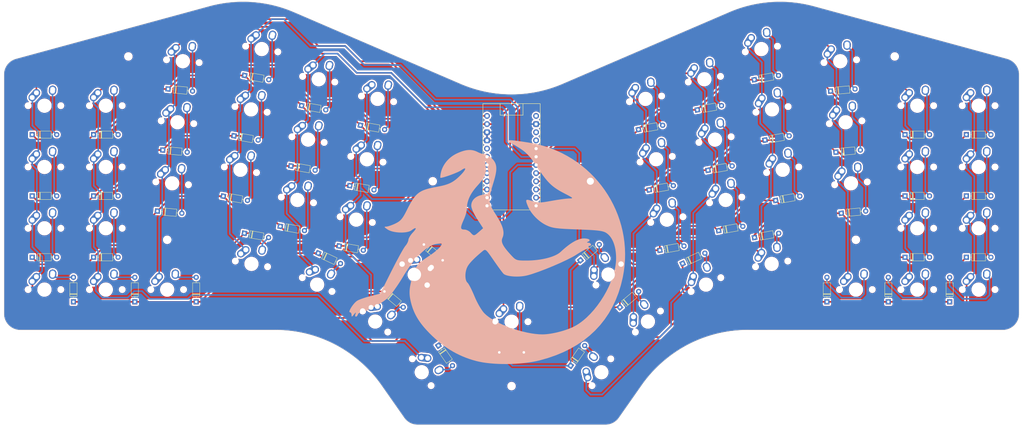
<source format=kicad_pcb>
(kicad_pcb (version 20221018) (generator pcbnew)
  (layers (0 "F.Cu" signal) (31 "B.Cu" signal) (34 "B.Paste" user) (35 "F.Paste" user) (36 "B.SilkS" user "B.Silkscreen") (37 "F.SilkS" user "F.Silkscreen") (38 "B.Mask" user) (39 "F.Mask" user) (44 "Edge.Cuts" user))
  (net 0 "")
  (net 1 "ROW0")
  (net 2 "Net-(D1-A)")
  (net 3 "Net-(D2-A)")
  (net 4 "Net-(D3-A)")
  (net 5 "Net-(D4-A)")
  (net 6 "Net-(D5-A)")
  (net 7 "ROW1")
  (net 8 "Net-(D7-A)")
  (net 9 "Net-(D8-A)")
  (net 10 "Net-(D9-A)")
  (net 11 "Net-(D10-A)")
  (net 12 "Net-(D11-A)")
  (net 13 "Net-(D12-A)")
  (net 14 "ROW2")
  (net 15 "Net-(D13-A)")
  (net 16 "Net-(D14-A)")
  (net 17 "Net-(D15-A)")
  (net 18 "Net-(D16-A)")
  (net 19 "Net-(D17-A)")
  (net 20 "Net-(D18-A)")
  (net 21 "ROW3")
  (net 22 "Net-(D19-A)")
  (net 23 "Net-(D20-A)")
  (net 24 "Net-(D21-A)")
  (net 25 "Net-(D22-A)")
  (net 26 "Net-(D23-A)")
  (net 27 "Net-(D24-A)")
  (net 28 "ROW4")
  (net 29 "Net-(D25-A)")
  (net 30 "Net-(D26-A)")
  (net 31 "Net-(D27-A)")
  (net 32 "Net-(D28-A)")
  (net 33 "Net-(D29-A)")
  (net 34 "Net-(D30-A)")
  (net 35 "ROW5")
  (net 36 "Net-(D31-A)")
  (net 37 "Net-(D32-A)")
  (net 38 "Net-(D33-A)")
  (net 39 "Net-(D34-A)")
  (net 40 "Net-(D35-A)")
  (net 41 "Net-(D36-A)")
  (net 42 "ROW6")
  (net 43 "Net-(D37-A)")
  (net 44 "Net-(D38-A)")
  (net 45 "Net-(D39-A)")
  (net 46 "Net-(D40-A)")
  (net 47 "Net-(D41-A)")
  (net 48 "Net-(D42-A)")
  (net 49 "ROW7")
  (net 50 "Net-(D43-A)")
  (net 51 "Net-(D44-A)")
  (net 52 "Net-(D45-A)")
  (net 53 "Net-(D46-A)")
  (net 54 "Net-(D47-A)")
  (net 55 "Net-(D48-A)")
  (net 56 "ROW8")
  (net 57 "Net-(D49-A)")
  (net 58 "Net-(D50-A)")
  (net 59 "Net-(D51-A)")
  (net 60 "Net-(D52-A)")
  (net 61 "Net-(D53-A)")
  (net 62 "Net-(D54-A)")
  (net 63 "COL0")
  (net 64 "COL1")
  (net 65 "COL2")
  (net 66 "COL3")
  (net 67 "COL4")
  (net 68 "COL5")
  (net 69 "GND")
  (net 72 "VCC")
  (footprint "_mx:MX-Alps-Hybrid-1U" (layer "F.Cu") (at 84.05 82.85)
    (fp_text reference "MX8" hide)
    (fp_text value "MX" hide)
  )
  (footprint "_mx:MX-Alps-Hybrid-1U" (layer "F.Cu") (at 355 140)
    (fp_text reference "MX49" hide)
    (fp_text value "MX" hide)
  )
  (footprint "MountingHole:MountingHole_2.2mm_M2" (layer "F.Cu") (at 91.05 67.546)
    (fp_text reference "H1" hide)
    (fp_text value "MountingHole" hide)
  )
  (footprint "Diode_THT:D_DO-35_SOD27_P7.62mm_Horizontal" (layer "F.Cu") (at 310.693 97.3004 5)
    (fp_text reference "D39" hide)
    (fp_text value "1N4148" hide)
  )
  (footprint "Diode_THT:D_DO-35_SOD27_P7.62mm_Horizontal" (layer "F.Cu") (at 267.6741 84.1539 10)
    (fp_text reference "D35" hide)
    (fp_text value "1N4148" hide)
  )
  (footprint "Diode_THT:D_DO-35_SOD27_P7.62mm_Horizontal" (layer "F.Cu") (at 346 143.81 90)
    (fp_text reference "D49" hide)
    (fp_text value "1N4148" hide)
  )
  (footprint "Diode_THT:D_DO-35_SOD27_P7.62mm_Horizontal" (layer "F.Cu") (at 74 143.81 90)
    (fp_text reference "D25" hide)
    (fp_text value "1N4148" hide)
  )
  (footprint "_mx:MX-Alps-Hybrid-1U" (layer "F.Cu") (at 129.1384 84.0115 -10)
    (fp_text reference "MX16" hide)
    (fp_text value "MX" hide)
  )
  (footprint "Diode_THT:D_DO-35_SOD27_P7.62mm_Horizontal" (layer "F.Cu") (at 123.8234 92.2132 -10)
    (fp_text reference "D16" hide)
    (fp_text value "1N4148" hide)
  )
  (footprint "Diode_THT:D_DO-35_SOD27_P7.62mm_Horizontal" (layer "F.Cu") (at 103.3763 77.6587 -5)
    (fp_text reference "D9" hide)
    (fp_text value "1N4148" hide)
  )
  (footprint "MountingHole:MountingHole_2.2mm_M2" (layer "F.Cu") (at 103.1 124.5319)
    (fp_text reference "H4" hide)
    (fp_text value "MountingHole" hide)
  )
  (footprint "Diode_THT:D_DO-35_SOD27_P7.62mm_Horizontal" (layer "F.Cu") (at 80.24 129.95)
    (fp_text reference "D20" hide)
    (fp_text value "1N4148" hide)
  )
  (footprint "Diode_THT:D_DO-35_SOD27_P7.62mm_Horizontal" (layer "F.Cu") (at 182.7816 126.0004 -40)
    (fp_text reference "D1" hide)
    (fp_text value "1N4148" hide)
  )
  (footprint "_mx:MX-Alps-Hybrid-1U" (layer "F.Cu") (at 84.05 140)
    (fp_text reference "MX26" hide)
    (fp_text value "MX" hide)
  )
  (footprint "Diode_THT:D_DO-35_SOD27_P7.62mm_Horizontal" (layer "F.Cu") (at 163.0883 88.94 -10)
    (fp_text reference "D12" hide)
    (fp_text value "1N4148" hide)
  )
  (footprint "PCM_marbastlib-xp-promicroish:ProMicro_USBup" (layer "F.Cu") (at 210 100)
    (fp_text reference "U1" hide)
    (fp_text value "ProMicro" hide)
  )
  (footprint "_mx:MX-Alps-Hybrid-1U" (layer "F.Cu") (at 312.0438 69.0251 5)
    (fp_text reference "MX33" hide)
    (fp_text value "MX" hide)
  )
  (footprint "Diode_THT:D_DO-35_SOD27_P7.62mm_Horizontal" (layer "F.Cu") (at 149.9943 128.686 -25)
    (fp_text reference "D29" hide)
    (fp_text value "1N4148" hide)
  )
  (footprint "Diode_THT:D_DO-35_SOD27_P7.62mm_Horizontal" (layer "F.Cu") (at 93.05 143.81 90)
    (fp_text reference "D26" hide)
    (fp_text value "1N4148" hide)
  )
  (footprint "_mx:MX-Alps-Hybrid-1U" (layer "F.Cu") (at 84.05 101.9)
    (fp_text reference "MX14" hide)
    (fp_text value "MX" hide)
  )
  (footprint "_mx:MX-Alps-Hybrid-1U" (layer "F.Cu") (at 269.8634 74.6291 10)
    (fp_text reference "MX35" hide)
    (fp_text value "MX" hide)
  )
  (footprint "Diode_THT:D_DO-35_SOD27_P7.62mm_Horizontal" (layer "F.Cu") (at 61.19 129.95)
    (fp_text reference "D19" hide)
    (fp_text value "1N4148" hide)
  )
  (footprint "Diode_THT:D_DO-35_SOD27_P7.62mm_Horizontal" (layer "F.Cu") (at 332.14 91.85)
    (fp_text reference "D32" hide)
    (fp_text value "1N4148" hide)
  )
  (footprint "MountingHole:MountingHole_2.2mm_M2" (layer "F.Cu") (at 316.9 124.5319)
    (fp_text reference "H5" hide)
    (fp_text value "MountingHole" hide)
  )
  (footprint "_mx:MX-Alps-Hybrid-1U" (layer "F.Cu") (at 290.8616 84.0115 10)
    (fp_text reference "MX40" hide)
    (fp_text value "MX" hide)
  )
  (footprint "_mx:MX-Alps-Hybrid-1U" (layer "F.Cu") (at 103.1 140)
    (fp_text reference "MX27" hide)
    (fp_text value "MX" hide)
  )
  (footprint "_mx:MX-Alps-Hybrid-1U" (layer "F.Cu") (at 355 101.9)
    (fp_text reference "MX37" hide)
    (fp_text value "MX" hide)
  )
  (footprint "Diode_THT:D_DO-35_SOD27_P7.62mm_Horizontal" (layer "F.Cu") (at 249.4075 90.2632 10)
    (fp_text reference "D36" hide)
    (fp_text value "1N4148" hide)
  )
  (footprint "MountingHole:MountingHole_2.2mm_M2" (layer "F.Cu") (at 234.4658 106.3347)
    (fp_text reference "H2" hide)
    (fp_text value "MountingHole" hide)
  )
  (footprint "Diode_THT:D_DO-35_SOD27_P7.62mm_Horizontal" (layer "F.Cu") (at 231.3811 130.8984 40)
    (fp_text reference "D4" hide)
    (fp_text value "1N4148" hide)
  )
  (footprint "_mx:MX-Alps-Hybrid-1U" (layer "F.Cu") (at 251.5967 80.7383 10)
    (fp_text reference "MX36" hide)
    (fp_text value "MX" hide)
  )
  (footprint "_mx:MX-Alps-Hybrid-1U" (layer "F.Cu") (at 132.4464 65.2509 -10)
    (fp_text reference "MX10" hide)
    (fp_text value "MX" hide)
  )
  (footprint "Diode_THT:D_DO-35_SOD27_P7.62mm_Horizontal" (layer "F.Cu") (at 332.14 129.95)
    (fp_text reference "D44" hide)
    (fp_text value "1N4148" hide)
  )
  (footprint "Diode_THT:D_DO-35_SOD27_P7.62mm_Horizontal" (layer "F.Cu") (at 159.7803 107.7006 -10)
    (fp_text reference "D18" hide)
    (fp_text value "1N4148" hide)
  )
  (footprint "_mx:MX-Alps-Hybrid-1U" (layer "F.Cu") (at 313.7041 88.0026 5)
    (fp_text reference "MX39" hide)
    (fp_text value "MX" hide)
  )
  (footprint "Diode_THT:D_DO-35_SOD27_P7.62mm_Horizontal" (layer "F.Cu") (at 127.0702 122.5009 -10)
    (fp_text reference "D28" hide)
    (fp_text value "1N4148" hide)
  )
  (footprint "_mx:MX-Alps-Hybrid-1U" (layer "F.Cu") (at 355 120.95)
    (fp_text reference "MX43" hide)
    (fp_text value "MX" hide)
  )
  (footprint "Diode_THT:D_DO-35_SOD27_P7.62mm_Horizontal" (layer "F.Cu") (at 256.0234 127.7844 10)
    (fp_text reference "D48" hide)
    (fp_text value "1N4148" hide)
  )
  (footprint "_mx:MX-Alps-Hybrid-1U" (layer "F.Cu") (at 165.0953 99.4989 -10)
    (fp_text reference "MX18" hide)
    (fp_text value "MX" hide)
  )
  (footprint "Diode_THT:D_DO-35_SOD27_P7.62mm_Horizontal" (layer "F.Cu") (at 351.19 110.9)
    (fp_text reference "D37" hide)
    (fp_text value "1N4148" hide)
  )
  (footprint "_mx:MX-Alps-Hybrid-1U" (layer "F.Cu") (at 335.95 140)
    (fp_text reference "MX50" hide)
    (fp_text value "MX" hide)
  )
  (footprint "_mx:MX-Alps-Hybrid-1U" (layer "F.Cu") (at 150.1366 74.6291 -10)
    (fp_text reference "MX11" hide)
    (fp_text value "MX" hide)
  )
  (footprint "_mx:MX-Alps-Hybrid-1U" (layer "F.Cu") (at 143.5206 112.1502 -10)
    (fp_text reference "MX23" hide)
    (fp_text value "MX" hide)
  )
  (footprint "Diode_THT:D_DO-35_SOD27_P7.62mm_Horizontal" (layer "F.Cu") (at 144.8217 82.8307 -10)
    (fp_text reference "D11" hide)
    (fp_text value "1N4148" hide)
  )
  (footprint "_mx:MX-Alps-Hybrid-1U" (layer "F.Cu") (at 210 150)
    (fp_text reference "MX3" hide)
    (fp_text value "MX" hide)
  )
  (footprint "_mx:MX-Alps-Hybrid-1U" (layer "F.Cu") (at 179.9152 135.3438 -40)
    (fp_text reference "MX1" hide)
    (fp_text value "MX" hide)
  )
  (footprint "_mx:MX-Alps-Hybrid-1U" (layer "F.Cu") (at 276.4794 112.1502 10)
    (fp_text reference "MX47" hide)
    (fp_text value "MX" hide)
  )
  (footprint "Diode_THT:D_DO-35_SOD27_P7.62mm_Horizontal" (layer "F.Cu") (at 274.2901 121.6751 10)
    (fp_text reference "D47" hide)
    (fp_text value "1N4148" hide)
  )
  (footprint "_mx:MX-Alps-Hybrid-1U" (layer "F.Cu") (at 146.8286 93.3897 -10)
    (fp_text reference "MX17" hide)
    (fp_text value "MX" hide)
  )
  (footprint "Diode_THT:D_DO-35_SOD27_P7.62mm_Horizontal" (layer "F.Cu") (at 127.1314 73.4526 -10)
    (fp_text reference "D10" hide)
    (fp_text value "1N4148" hide)
  )
  (footprint "_mx:MX-Alps-Hybrid-1U" (layer "F.Cu") (at 168.4033 80.7383 -10)
    (fp_text reference "MX12" hide)
    (fp_text value "MX" hide)
  )
  (footprint "_mx:MX-Alps-Hybrid-1U" (layer "F.Cu") (at 161.7873 118.2595 -10)
    (fp_text reference "MX24" hide)
    (fp_text value "MX" hide)
  )
  (footprint "_mx:MX-Alps-Hybrid-1U" (layer "F.Cu") (at 290.7405 132.0258 10)
    (fp_text reference "MX52" hide)
    (fp_text value "MX" hide)
  )
  (footprint "_mx:MX-Alps-Hybrid-1U" (layer "F.Cu") (at 335.95 82.85)
    (fp_text reference "MX32" hide)
    (fp_text value "MX" hide)
  )
  (footprint "Diode_THT:D_DO-35_SOD27_P7.62mm_Horizontal" (layer "F.Cu") (at 270.9821 102.9145 10)
    (fp_text reference "D41" hide)
    (fp_text value "1N4148" hide)
  )
  (footprint "_mx:MX-Alps-Hybrid-1U" (layer "F.Cu") (at 270.3562 138.4529 25)
    (fp_text reference "MX53" hide)
    (fp_text value "MX" hide)
  )
  (footprint "_mx:MX-Alps-Hybrid-1U" (layer "F.Cu") (at 287.5536 65.2509 10)
    (fp_text reference "MX34" hide)
    (fp_text value "MX" hide)
  )
  (footprint "Diode_THT:D_DO-35_SOD27_P7.62mm_Horizontal" (layer "F.Cu") (at 170.5365 140.5935 -40)
    (fp_text reference "D30" hide)
    (fp_text value "1N4148" hide)
  )
  (footprint "_mx:MX-Alps-Hybrid-1U" (layer "F.Cu") (at 106.2959 88.0026 -5)
    (fp_text reference "MX15" hide)
    (fp_text value "MX" hide)
  )
  (footprint "Diode_THT:D_DO-35_SOD27_P7.62mm_Horizontal" (layer "F.Cu") (at 351.19 91.85)
    (fp_text reference "D31" hide)
    (fp_text value "1N4148" hide)
  )
  (footprint "_mx:MX-Alps-Hybrid-1U" (layer "F.Cu") (at 355 82.85)
    (fp_text reference "MX31" hide)
    (fp_text value "MX" hide)
  )
  (footprint "Diode_THT:D_DO-35_SOD27_P7.62mm_Horizontal" (layer "F.Cu") (at 80.24 91.85)
    (fp_text reference "D8" hide)
    (fp_text value "1N4148" hide)
  )
  (footprint "Diode_THT:D_DO-35_SOD27_P7.62mm_Horizontal" (layer "F.Cu") (at 285.4256 123.8241 10)
    (fp_text reference "D52" hide)
    (fp_text value "1N4148" hide)
  )
  (footprint "_mx:MX-Alps-Hybrid-1U" (layer "F.Cu") (at 237.8902 165.6952 55)
    (fp_text reference "MX5" hide)
    (fp_text value "MX" hide)
  )
  (footprint "Diode_THT:D_DO-35_SOD27_P7.62mm_Horizontal" (layer "F.Cu") (at 61.19 91.85)
    (fp_text reference "D7" hide)
    (fp_text value "1N4148" hide)
  )
  (footprint "Diode_THT:D_DO-35_SOD27_P7.62mm_Horizontal" (layer "F.Cu") (at 312.3533 116.2779 5)
    (fp_text reference "D45" hide)
    (fp_text value "1N4148" hide)
  )
  (footprint "MountingHole:MountingHole_2.2mm_M2" (layer "F.Cu") (at 185.5342 106.3347)
    (fp_text reference "H7" hide)
    (fp_text value "MountingHole" hide)
  )
  (footprint "_mx:MX-Alps-Hybrid-1U" (layer "F.Cu") (at 258.2127 118.2595 10)
    (fp_text reference "MX48" hide)
    (fp_text value "MX" hide)
  )
  (footprint "Diode_THT:D_DO-35_SOD27_P7.62mm_Horizontal" (layer "F.Cu") (at 291.9804 112.2969 10)
    (fp_text reference "D46" hide)
    (fp_text value "1N4148" hide)
  )
  (footprint "Diode_THT:D_DO-35_SOD27_P7.62mm_Horizontal" (layer "F.Cu") (at 228.3325 163.6539 55)
    (fp_text reference "D5" hide)
    (fp_text value "1N4148" hide)
  )
  (footprint "_mx:MX-Alps-Hybrid-1U" (layer "F.Cu") (at 335.95 101.9)
    (fp_text reference "MX38" hide)
    (fp_text value "MX" hide)
  )
  (footprint "MountingHole:MountingHole_2.2mm_M2" (layer "F.Cu") (at 210 170)
    (fp_text reference "H6" hide)
    (fp_text value "MountingHole" hide)
  )
  (footprint "_mx:MX-Alps-Hybrid-1U" (layer "F.Cu") (at 129.2595 132.0258 -10)
    (fp_text reference "MX28" hide)
    (fp_text value "MX" hide)
  )
  (footprint "Diode_THT:D_DO-35_SOD27_P7.62mm_Horizontal" (layer "F.Cu") (at 351.19 129.95)
    (fp_text reference "D43" hide)
    (fp_text value "1N4148" hide)
  )
  (footprint "Diode_THT:D_DO-35_SOD27_P7.62mm_Horizontal" (layer "F.Cu") (at 80.24 110.9)
    (fp_text reference "D14" hide)
    (fp_text value "1N4148" hide)
  )
  (footprint "Diode_THT:D_DO-35_SOD27_P7.62mm_Horizontal" (layer "F.Cu") (at 252.7154 109.0238 10)
    (fp_text reference "D42" hide)
    (fp_text value "1N4148" hide)
  )
  (footprint "Diode_THT:D_DO-35_SOD27_P7.62mm_Horizontal" (layer "F.Cu") (at 309.0327 78.3229 5)
    (fp_text reference "D33" hide)
    (fp_text value "1N4148" hide)
  )
  (footprint "_mx:MX-Alps-Hybrid-1U" (layer "F.Cu") (at 294.1696 102.7721 10)
    (fp_text reference "MX46" hide)
    (fp_text value "MX" hide)
  )
  (footprint "_mx:MX-Alps-Hybrid-1U" (layer "F.Cu") (at 315.3644 106.9801 5)
    (fp_text reference "MX45" hide)
    (fp_text value "MX" hide)
  )
  (footprint "_mx:MX-Alps-Hybrid-1U" (layer "F.Cu") (at 65 82.85)
    (fp_text reference "MX7" hide)
    (fp_text value "MX" hide)
  )
  (footprint "_mx:MX-Alps-Hybrid-1U" (layer "F.Cu") (at 182.1098 165.6952 -55)
    (fp_text reference "MX2" hide)
    (fp_text value "MX" hide)
  )
  (footprint "Diode_THT:D_DO-35_SOD27_P7.62mm_Horizontal" (layer "F.Cu") (at 307.9 143.81 90)
    (fp_text reference "D51" hide)
    (fp_text value "1N4148" hide)
  )
  (footprint "Diode_THT:D_DO-35_SOD27_P7.62mm_Horizontal" (layer "F.Cu") (at 101.716 96.6363 -5)
    (fp_text reference "D15" hide)
    (fp_text value "1N4148" hide)
  )
  (footprint "_mx:MX-Alps-Hybrid-1U" (layer "F.Cu") (at 107.9562 69.0251 -5)
    (fp_text reference "MX9" hide)
    (fp_text value "MX" hide)
  )
  (footprint "_mx:MX-Alps-Hybrid-1U" (layer "F.Cu") (at 240.0848 135.3438 40)
    (fp_text reference "MX4" hide)
    (fp_text value "MX" hide)
  )
  (footprint "_mx:MX-Alps-Hybrid-1U" (layer "F.Cu") (at 84.05 120.95)
    (fp_text reference "MX20" hide)
    (fp_text value "MX" hide)
  )
  (footprint "Diode_THT:D_DO-35_SOD27_P7.62mm_Horizontal" (layer "F.Cu") (at 285.3644 74.7758 10)
    (fp_text reference "D34" hide)
    (fp_text value "1N4148" hide)
  )
  (footprint "Diode_THT:D_DO-35_SOD27_P7.62mm_Horizontal" (layer "F.Cu") (at 156.4723 126.4612 -10)
    (fp_text reference "D24" hide)
    (fp_text value "1N4148" hide)
  )
  (footprint "_mx:MX-Alps-Hybrid-1U" (layer "F.Cu") (at 167.6701 149.9369 -40)
    (fp_text reference "MX30" hide)
    (fp_text value "MX" hide)
  )
  (footprint "_mx:MX-Alps-Hybrid-1U" (layer "F.Cu") (at 254.9047 99.4989 10)
    (fp_text reference "MX42" hide)
    (fp_text value "MX" hide)
  )
  (footprint "_mx:MX-Alps-Hybrid-1U" (layer "F.Cu") (at 252.3299 149.9369 40)
    (fp_text reference "MX54" hide)
    (fp_text value "MX" hide)
  )
  (footprint "_mx:MX-Alps-Hybrid-1U" (layer "F.Cu") (at 273.1714 93.3897 10)
    (fp_text reference "MX41" hide)
    (fp_text value "MX" hide)
  )
  (footprint "Diode_THT:D_DO-35_SOD27_P7.62mm_Horizontal" (layer "F.Cu") (at 138.2057 120.3519 -10)
    (fp_text reference "D23" hide)
    (fp_text value "1N4148" hide)
  )
  (footprint "_mx:MX-Alps-Hybrid-1U" (layer "F.Cu") (at 125.8304 102.7721 -10)
    (fp_text reference "MX22" hide)
    (fp_text value "MX" hide)
  )
  (footprint "_mx:MX-Alps-Hybrid-1U" (layer "F.Cu") (at 65 120.95)
    (fp_text reference "MX19" hide)
    (fp_text value "MX" hide)
  )
  (footprint "Diode_THT:D_DO-35_SOD27_P7.62mm_Horizontal" (layer "F.Cu") (at 243.6262 145.4915 40)
    (fp_text reference "D54" hide)
    (fp_text value "1N4148" hide)
  )
  (footprint "_mx:MX-Alps-Hybrid-1U" (layer "F.Cu") (at 149.6438 138.4529 -25)
    (fp_text reference "MX29" hide)
    (fp_text value "MX" hide)
  )
  (footprint "Diode_THT:D_DO-35_SOD27_P7.62mm_Horizontal" (layer "F.Cu") (at 288.6724 93.5364 10)
    (fp_text reference "D40" hide)
    (fp_text value "1N4148" hide)
  )
  (footprint "Diode_THT:D_DO-35_SOD27_P7.62mm_Horizontal" (layer "F.Cu") (at 326.95 143.81 90)
    (fp_text reference "D50" hide)
    (fp_text value "1N4148" hide)
  )
  (footprint "_mx:MX-Alps-Hybrid-1U" (layer "F.Cu") (at 104.6356 106.9801 -5)
    (fp_text reference "MX21" hide)
    (fp_text value "MX" hide)
  )
  (footprint "Diode_THT:D_DO-35_SOD27_P7.62mm_Horizontal" (layer "F.Cu") (at 120.5154 110.9737 -10)
    (fp_text reference "D22" hide)
    (fp_text value "1N4148" hide)
  )
  (footprint "_mx:MX-Alps-Hybrid-1U" (layer "F.Cu") (at 335.95 120.95)
    (fp_text reference "MX44" hide)
    (fp_text value "MX" hide)
  )
  (footprint "Diode_THT:D_DO-35_SOD27_P7.62mm_Horizontal" (layer "F.Cu") (at 206.19 159.525)
    (fp_text reference "D3" hide)
    (fp_text value "1N4148" hide)
  )
  (footprint "Diode_THT:D_DO-35_SOD27_P7.62mm_Horizontal" (layer "F.Cu") (at 112.1 143.81 90)
    (fp_text reference "D27" hide)
    (fp_text value "1N4148" hide)
  )
  (footprint "Diode_THT:D_DO-35_SOD27_P7.62mm_Horizontal" (layer "F.Cu") (at 332.14 110.9)
    (fp_text reference "D38" hide)
    (fp_text value "1N4148" hide)
  )
  (footprint "Diode_THT:D_DO-35_SOD27_P7.62mm_Horizontal" (layer "F.Cu") (at 100.0557 115.6138 -5)
    (fp_text reference "D21" hide)
    (fp_text value "1N4148" hide)
  )
  (footprint "Diode_THT:D_DO-35_SOD27_P7.62mm_Horizontal" (layer "F.Cu") (at 61.19 110.9)
    (fp_text reference "D13" hide)
    (fp_text value "1N4148" hide)
  )
  (footprint "_mx:MX-Alps-Hybrid-1U" (layer "F.Cu") (at 65 101.9)
    (fp_text reference "MX13" hide)
    (fp_text value "MX" hide)
  )
  (footprint "_mx:MX-Alps-Hybrid-1U" (layer "F.Cu") (at 316.9 140)
    (fp_text reference "MX51" hide)
    (fp_text value "MX" hide)
  )
  (footprint "Diode_THT:D_DO-35_SOD27_P7.62mm_Horizontal" (layer "F.Cu") (at 263.0996 131.9063 25)
    (fp_text reference "D53" hide)
    (fp_text value "1N4148" hide)
  )
  (footprint "MountingHole:MountingHole_2.2mm_M2" (layer "F.Cu") (at 328.95 67.546)
    (fp_text reference "H3" hide)
    (fp_text value "MountingHole" hide)
  )
  (footprint "Diode_THT:D_DO-35_SOD27_P7.62mm_Horizontal" (layer "F.Cu") (at 141.5137 101.5913 -10)
    (fp_text reference "D17" hide)
    (fp_text value "1N4148" hide)
  )
  (footprint "_mx:MX-Alps-Hybrid-1U" (layer "F.Cu") (at 65 140)
    (fp_text reference "MX25" hide)
    (fp_text value "MX" hide)
  )
  (footprint "Diode_THT:D_DO-35_SOD27_P7.62mm_Horizontal" (layer "F.Cu") (at 187.2969 157.412 -55)
    (fp_text reference "D2" hide)
    (fp_text value "1N4148" hide)
  )
  (gr_poly (pts (xy 209.683731 93.582901) (xy 209.819473 93.586804) (xy 209.969744 93.594345) (xy 210.135162 93.605571) (xy 210.316343 93.620529) (xy 210.513905 93.639264) (xy 210.960643 93.688257) (xy 211.480314 93.752922) (xy 212.077857 93.833633) (xy 212.758211 93.930762) (xy 213.526314 94.044684) (xy 214.387107 94.17577) (xy 215.345528 94.324395) (xy 217.191066 94.662134) (xy 218.996224 95.091055) (xy 220.759015 95.608307) (xy 222.477455 96.21104) (xy 224.149557 96.896403) (xy 225.773337 97.661545) (xy 227.346808 98.503616) (xy 228.867985 99.419763) (xy 230.334882 100.407138) (xy 231.745514 101.462889) (xy 233.097894 102.584165) (xy 234.390039 103.768115) (xy 235.619961 105.01189) (xy 236.785675 106.312637) (xy 237.885196 107.667506) (xy 238.916539 109.073647) (xy 239.877716 110.528209) (xy 240.766744 112.02834) (xy 241.581636 113.571191) (xy 242.320406 115.15391) (xy 242.98107 116.773646) (xy 243.561641 118.427549) (xy 244.060133 120.112769) (xy 244.474563 121.826454) (xy 244.802942 123.565753) (xy 245.043287 125.327816) (xy 245.193612 127.109792) (xy 245.25193 128.908831) (xy 245.216256 130.72208) (xy 245.084605 132.546691) (xy 244.854992 134.379811) (xy 244.525429 136.218591) (xy 243.937342 138.667861) (xy 243.207494 141.01053) (xy 242.336964 143.245517) (xy 241.326832 145.371747) (xy 240.178175 147.388139) (xy 238.892074 149.293617) (xy 237.469607 151.087102) (xy 235.911854 152.767515) (xy 234.219894 154.33378) (xy 232.394805 155.784816) (xy 230.437667 157.119547) (xy 228.349559 158.336894) (xy 226.13156 159.435779) (xy 223.784749 160.415124) (xy 221.310205 161.273851) (xy 218.709008 162.010881) (xy 217.611907 162.264014) (xy 216.447805 162.485524) (xy 215.227261 162.675305) (xy 213.960837 162.833251) (xy 212.659095 162.959257) (xy 211.332594 163.053218) (xy 209.991896 163.115028) (xy 208.647561 163.144582) (xy 207.310152 163.141775) (xy 205.990229 163.106501) (xy 204.698352 163.038655) (xy 203.445083 162.938131) (xy 202.240983 162.804825) (xy 201.096612 162.63863) (xy 200.022533 162.439442) (xy 199.029305 162.207155) (xy 199.029303 162.207157) (xy 199.029302 162.20716) (xy 199.0293 162.207163) (xy 199.029298 162.207166) (xy 199.029296 162.207168) (xy 199.029294 162.207171) (xy 199.029292 162.207173) (xy 199.02929 162.207176) (xy 199.029288 162.207178) (xy 199.029285 162.207179) (xy 199.029283 162.207181) (xy 199.029281 162.207182) (xy 199.029279 162.207184) (xy 199.029278 162.207184) (xy 199.029277 162.207185) (xy 199.029276 162.207185) (xy 199.029275 162.207185) (xy 199.029274 162.207185) (xy 197.937626 161.900433) (xy 196.868325 161.558175) (xy 195.820361 161.179783) (xy 194.792726 160.764633) (xy 193.784411 160.312099) (xy 192.794407 159.821555) (xy 191.821706 159.292376) (xy 190.865299 158.723936) (xy 189.924176 158.11561) (xy 188.997329 157.466771) (xy 188.08375 156.776795) (xy 187.182429 156.045056) (xy 186.292357 155.270927) (xy 185.412527 154.453784) (xy 184.541928 153.593001) (xy 183.679552 152.687951) (xy 183.168794 152.122744) (xy 182.687917 151.562321) (xy 182.236071 151.005112) (xy 181.812406 150.449546) (xy 181.416071 149.894051) (xy 181.046214 149.337056) (xy 180.701986 148.77699) (xy 180.382534 148.212282) (xy 180.08701 147.641362) (xy 179.814561 147.062657) (xy 179.564337 146.474598) (xy 179.335488 145.875611) (xy 179.127161 145.264128) (xy 178.938508 144.638576) (xy 178.768676 143.997385) (xy 178.616816 143.338983) (xy 178.525973 142.882599) (xy 178.452353 142.437372) (xy 178.39633 141.999683) (xy 178.358275 141.565913) (xy 178.338561 141.132446) (xy 178.337559 140.695661) (xy 178.355643 140.251941) (xy 178.393184 139.797668) (xy 178.450554 139.329222) (xy 178.528127 138.842987) (xy 178.626273 138.335343) (xy 178.745366 137.802672) (xy 178.885778 137.241355) (xy 179.04788 136.647775) (xy 179.232046 136.018313) (xy 179.438647 135.349351) (xy 179.60346 134.842929) (xy 179.7658 134.38129) (xy 179.93041 133.958906) (xy 180.10203 133.570247) (xy 180.285402 133.209785) (xy 180.485269 132.87199) (xy 180.70637 132.551335) (xy 180.95345 132.24229) (xy 181.231248 131.939326) (xy 181.544507 131.636915) (xy 181.897968 131.329527) (xy 182.296373 131.011633) (xy 182.744464 130.677706) (xy 183.246982 130.322216) (xy 183.808669 129.939633) (xy 184.434267 129.524431) (xy 184.884671 129.221173) (xy 185.317271 128.915877) (xy 185.729782 128.610843) (xy 186.119916 128.308367) (xy 186.485388 128.010749) (xy 186.823912 127.720286) (xy 187.133202 127.439277) (xy 187.41097 127.17002) (xy 187.654932 126.914814) (xy 187.8628 126.675956) (xy 188.032289 126.455745) (xy 188.161112 126.256479) (xy 188.246983 126.080456) (xy 188.273098 126.001879) (xy 188.287617 125.929975) (xy 188.290255 125.86503) (xy 188.280726 125.807333) (xy 188.258744 125.75717) (xy 188.224024 125.71483) (xy 188.214342 125.708216) (xy 188.200494 125.702452) (xy 188.160767 125.693432) (xy 188.105766 125.687689) (xy 188.036417 125.685141) (xy 187.953642 125.685706) (xy 187.858365 125.689305) (xy 187.751512 125.695856) (xy 187.634005 125.705277) (xy 187.506769 125.717487) (xy 187.370728 125.732406) (xy 187.075925 125.770044) (xy 186.756989 125.81754) (xy 186.421313 125.874246) (xy 186.156082 125.93107) (xy 185.884445 126.007758) (xy 185.606722 126.10399) (xy 185.323233 126.219446) (xy 185.034296 126.353808) (xy 184.740231 126.506754) (xy 184.137996 126.867126) (xy 183.519083 127.298003) (xy 182.886046 127.79683) (xy 182.241442 128.36105) (xy 181.587827 128.988106) (xy 180.927755 129.675441) (xy 180.263782 130.420498) (xy 179.598463 131.220721) (xy 178.934355 132.073553) (xy 178.274012 132.976437) (xy 177.61999 133.926816) (xy 176.974845 134.922133) (xy 176.341132 135.959832) (xy 175.720085 136.97926) (xy 175.067326 137.999336) (xy 174.40239 138.992799) (xy 173.744809 139.932385) (xy 173.114116 140.790832) (xy 172.529845 141.540877) (xy 172.011529 142.155259) (xy 171.783208 142.403056) (xy 171.5787 142.606714) (xy 171.20811 142.931041) (xy 170.767131 143.275816) (xy 170.266499 143.635331) (xy 169.716954 144.003876) (xy 169.129232 144.375743) (xy 168.514071 144.745224) (xy 167.882209 145.106609) (xy 167.244384 145.454191) (xy 166.611332 145.782259) (xy 165.993791 146.085107) (xy 165.4025 146.357025) (xy 164.848195 146.592304) (xy 164.341615 146.785237) (xy 163.893496 146.930114) (xy 163.514577 147.021226) (xy 163.215595 147.052865) (xy 163.182477 147.053766) (xy 163.149094 147.056437) (xy 163.115506 147.060835) (xy 163.081769 147.066916) (xy 163.047942 147.074636) (xy 163.014082 147.08395) (xy 162.946498 147.107187) (xy 162.879478 147.136272) (xy 162.813488 147.170853) (xy 162.748989 147.210577) (xy 162.686445 147.255092) (xy 162.626319 147.304044) (xy 162.569075 147.35708) (xy 162.515175 147.413848) (xy 162.465084 147.473994) (xy 162.419263 147.537165) (xy 162.378177 147.603009) (xy 162.342289 147.671173) (xy 162.326439 147.706015) (xy 162.312061 147.741304) (xy 162.276082 147.829199) (xy 162.238203 147.910802) (xy 162.198689 147.98615) (xy 162.157807 148.055284) (xy 162.11582 148.118242) (xy 162.072994 148.175064) (xy 162.029595 148.225788) (xy 161.985887 148.270454) (xy 161.942135 148.309101) (xy 161.898606 148.341768) (xy 161.855563 148.368494) (xy 161.813273 148.389318) (xy 161.772 148.404279) (xy 161.732009 148.413417) (xy 161.693566 148.41677) (xy 161.656936 148.414377) (xy 161.622384 148.406279) (xy 161.590176 148.392513) (xy 161.560575 148.373119) (xy 161.533848 148.348137) (xy 161.51026 148.317604) (xy 161.490076 148.281561) (xy 161.473561 148.240046) (xy 161.46098 148.193098) (xy 161.452599 148.140757) (xy 161.448682 148.083062) (xy 161.449495 148.020052) (xy 161.455302 147.951765) (xy 161.466371 147.878242) (xy 161.482964 147.799521) (xy 161.505348 147.715641) (xy 161.533787 147.626642) (xy 161.572249 147.512236) (xy 161.603127 147.413699) (xy 161.626128 147.331102) (xy 161.64096 147.26452) (xy 161.64522 147.237257) (xy 161.647329 147.214024) (xy 161.647248 147.194833) (xy 161.644941 147.17969) (xy 161.640373 147.168606) (xy 161.633505 147.161589) (xy 161.624302 147.15865) (xy 161.612727 147.159796) (xy 161.598743 147.165037) (xy 161.582314 147.174383) (xy 161.563403 147.187842) (xy 161.541973 147.205424) (xy 161.49141 147.252992) (xy 161.430333 147.317161) (xy 161.358449 147.398003) (xy 161.275464 147.495592) (xy 161.181085 147.610001) (xy 161.07502 147.741304) (xy 160.958205 147.88593) (xy 160.854231 148.011691) (xy 160.762345 148.118702) (xy 160.681793 148.207078) (xy 160.611821 148.276934) (xy 160.580567 148.304953) (xy 160.551675 148.328385) (xy 160.525052 148.347244) (xy 160.500602 148.361546) (xy 160.478232 148.371304) (xy 160.457848 148.376533) (xy 160.439355 148.377247) (xy 160.422658 148.37346) (xy 160.407665 148.365188) (xy 160.39428 148.352444) (xy 160.38241 148.335243) (xy 160.371959 148.313598) (xy 160.362834 148.287526) (xy 160.354941 148.257039) (xy 160.348186 148.222153) (xy 160.342473 148.182881) (xy 160.333801 148.091239) (xy 160.328171 147.982229) (xy 160.324829 147.855966) (xy 160.320716 147.774148) (xy 160.311807 147.694623) (xy 160.298356 147.617805) (xy 160.280615 147.544104) (xy 160.258839 147.473933) (xy 160.233279 147.407703) (xy 160.20419 147.345826) (xy 160.171824 147.288714) (xy 160.136435 147.236778) (xy 160.098275 147.190432) (xy 160.057598 147.150086) (xy 160.036395 147.132291) (xy 160.014657 147.116152) (xy 159.992417 147.101718) (xy 159.969705 147.089041) (xy 159.946554 147.078174) (xy 159.922995 147.069167) (xy 159.89906 147.062072) (xy 159.87478 147.056941) (xy 159.850188 147.053824) (xy 159.825314 147.052774) (xy 159.765994 147.044876) (xy 159.720265 147.021753) (xy 159.687595 146.984266) (xy 159.66745 146.933271) (xy 159.6593 146.869627) (xy 159.662609 146.794194) (xy 159.676847 146.707828) (xy 159.701479 146.61139) (xy 159.735973 146.505737) (xy 159.779797 146.391727) (xy 159.893301 146.142074) (xy 160.037729 145.869298) (xy 160.208819 145.580266) (xy 160.402308 145.281847) (xy 160.613935 144.980909) (xy 160.839436 144.684319) (xy 161.07455 144.398945) (xy 161.315015 144.131655) (xy 161.556568 143.889316) (xy 161.676421 143.77965) (xy 161.794948 143.678798) (xy 161.911615 143.587617) (xy 162.02589 143.506967) (xy 162.146492 143.433332) (xy 162.295032 143.353858) (xy 162.469408 143.269293) (xy 162.667514 143.180385) (xy 163.126504 142.992534) (xy 163.655169 142.796294) (xy 164.236675 142.597652) (xy 164.85419 142.402594) (xy 165.49088 142.217108) (xy 166.129913 142.047181) (xy 169.206737 141.270692) (xy 172.676254 134.341493) (xy 174.09281 131.574309) (xy 175.385008 129.162195) (xy 175.939876 128.170308) (xy 176.410138 127.364411) (xy 176.777955 126.776911) (xy 177.025488 126.440217) (xy 177.11545 126.336459) (xy 177.203573 126.226327) (xy 177.289372 126.110786) (xy 177.372363 125.990803) (xy 177.452058 125.867344) (xy 177.527974 125.741373) (xy 177.599623 125.613858) (xy 177.666522 125.485765) (xy 177.728184 125.358058) (xy 177.784123 125.231705) (xy 177.833855 125.107671) (xy 177.876894 124.986922) (xy 177.912754 124.870424) (xy 177.94095 124.759142) (xy 177.960996 124.654044) (xy 177.972407 124.556094) (xy 177.98609 124.456046) (xy 178.01281 124.344796) (xy 178.051857 124.223516) (xy 178.102521 124.09338) (xy 178.16409 123.955561) (xy 178.235854 123.811232) (xy 178.317103 123.661565) (xy 178.407127 123.507735) (xy 178.505215 123.350915) (xy 178.610657 123.192276) (xy 178.722742 123.032993) (xy 178.84076 122.874238) (xy 178.964 122.717184) (xy 179.091752 122.563005) (xy 179.223306 122.412874) (xy 179.357951 122.267963) (xy 179.596349 122.011374) (xy 179.79694 121.779632) (xy 179.960241 121.573543) (xy 180.08677 121.39391) (xy 180.136406 121.314267) (xy 180.177044 121.24154) (xy 180.208747 121.17583) (xy 180.231581 121.117236) (xy 180.245609 121.065861) (xy 180.250898 121.021804) (xy 180.24751 120.985166) (xy 180.235512 120.956048) (xy 180.214968 120.93455) (xy 180.185942 120.920774) (xy 180.148499 120.914818) (xy 180.102704 120.916785) (xy 180.048621 120.926774) (xy 179.986316 120.944887) (xy 179.915853 120.971224) (xy 179.837296 121.005885) (xy 179.75071 121.048971) (xy 179.65616 121.100583) (xy 179.443427 121.229786) (xy 179.199614 121.3943) (xy 178.925238 121.594928) (xy 178.790289 121.687117) (xy 178.638893 121.772526) (xy 178.472079 121.851188) (xy 178.290876 121.923137) (xy 177.889423 122.047035) (xy 177.442769 122.144491) (xy 176.959149 122.21578) (xy 176.446798 122.261172) (xy 175.91395 122.280942) (xy 175.368842 122.275361) (xy 174.819709 122.244703) (xy 174.274785 122.189241) (xy 173.742306 122.109246) (xy 173.230506 122.004993) (xy 172.747622 121.876753) (xy 172.301887 121.724799) (xy 171.901538 121.549404) (xy 171.720956 121.453001) (xy 171.554809 121.350841) (xy 171.35872 121.219566) (xy 171.186092 121.100774) (xy 171.036626 120.993905) (xy 170.910024 120.898402) (xy 170.805988 120.813709) (xy 170.72422 120.739266) (xy 170.691593 120.705714) (xy 170.664422 120.674516) (xy 170.655688 120.662907) (xy 194.343177 120.662907) (xy 194.343615 120.75331) (xy 194.351335 120.836084) (xy 194.366351 120.911507) (xy 194.388675 120.979857) (xy 194.41832 121.041412) (xy 194.4553 121.096447) (xy 194.499628 121.145242) (xy 194.551316 121.188072) (xy 194.610378 121.225217) (xy 194.676827 121.256952) (xy 194.750676 121.283556) (xy 194.920626 121.32248) (xy 195.120332 121.344206) (xy 195.3499 121.350955) (xy 195.463848 121.355718) (xy 195.583057 121.369691) (xy 195.706549 121.392404) (xy 195.833347 121.423387) (xy 195.962472 121.462169) (xy 196.092948 121.508279) (xy 196.223796 121.561247) (xy 196.35404 121.620601) (xy 196.4827 121.685872) (xy 196.6088 121.756588) (xy 196.731362 121.832279) (xy 196.849408 121.912475) (xy 196.961961 121.996704) (xy 197.068042 122.084496) (xy 197.166675 122.17538) (xy 197.256882 122.268886) (xy 197.439854 122.469488) (xy 197.60366 122.6429) (xy 197.6795 122.719313) (xy 197.751896 122.788815) (xy 197.8213 122.851366) (xy 197.88816 122.906928) (xy 197.952925 122.955463) (xy 198.016047 122.996934) (xy 198.077973 123.031301) (xy 198.139155 123.058527) (xy 198.20004 123.078574) (xy 198.261079 123.091402) (xy 198.322722 123.096975) (xy 198.385418 123.095254) (xy 198.449617 123.086201) (xy 198.515768 123.069777) (xy 198.584321 123.045945) (xy 198.655725 123.014666) (xy 198.73043 122.975902) (xy 198.808886 122.929615) (xy 198.891542 122.875766) (xy 198.978847 122.814318) (xy 199.071253 122.745233) (xy 199.169207 122.668472) (xy 199.38356 122.491769) (xy 199.625504 122.283905) (xy 199.898636 122.044574) (xy 199.898499 122.044589) (xy 201.163361 120.931369) (xy 199.324791 118.086765) (xy 199.131433 117.781111) (xy 198.94489 117.4734) (xy 198.595375 116.858852) (xy 198.282494 116.257223) (xy 198.012494 115.682614) (xy 197.895525 115.409848) (xy 197.791619 115.149124) (xy 197.701557 114.902207) (xy 197.626118 114.670857) (xy 197.566085 114.456837) (xy 197.522237 114.261911) (xy 197.495356 114.087841) (xy 197.486222 113.936389) (xy 197.490348 113.774292) (xy 197.502655 113.614762) (xy 197.523037 113.4579) (xy 197.55139 113.303803) (xy 197.587606 113.152571) (xy 197.63158 113.004303) (xy 197.683207 112.859096) (xy 197.74238 112.717051) (xy 197.808995 112.578265) (xy 197.882944 112.442838) (xy 197.964122 112.310868) (xy 198.052424 112.182454) (xy 198.147743 112.057695) (xy 198.249975 111.93669) (xy 198.359012 111.819538) (xy 198.47475 111.706336) (xy 198.597082 111.597185) (xy 198.725903 111.492183) (xy 198.861108 111.391429) (xy 199.002589 111.295021) (xy 199.150242 111.203058) (xy 199.30396 111.11564) (xy 199.463638 111.032864) (xy 199.62917 110.954831) (xy 199.800451 110.881637) (xy 199.977374 110.813383) (xy 200.159834 110.750168) (xy 200.347725 110.692089) (xy 200.540941 110.639246) (xy 200.739376 110.591737) (xy 200.942925 110.549661) (xy 201.151482 110.513118) (xy 201.458393 110.462595) (xy 201.729532 110.413571) (xy 201.967231 110.363673) (xy 202.173823 110.31053) (xy 202.266183 110.282) (xy 202.351641 110.251769) (xy 202.430488 110.21954) (xy 202.503017 110.185017) (xy 202.569518 110.147903) (xy 202.630283 110.107901) (xy 202.685603 110.064716) (xy 202.735772 110.018051) (xy 202.781079 109.967608) (xy 202.821816 109.913092) (xy 202.858275 109.854206) (xy 202.890748 109.790653) (xy 202.919526 109.722137) (xy 202.944901 109.648361) (xy 202.967164 109.569028) (xy 202.986607 109.483843) (xy 203.018197 109.294728) (xy 203.042006 109.078643) (xy 203.060366 108.833215) (xy 203.075608 108.556073) (xy 203.089981 108.203383) (xy 203.099335 107.838138) (xy 203.103758 107.470922) (xy 203.103338 107.112319) (xy 203.098161 106.772911) (xy 203.088316 106.463282) (xy 203.07389 106.194015) (xy 203.05497 105.975693) (xy 202.923282 104.746111) (xy 202.750641 103.078873) (xy 202.700394 102.665537) (xy 202.634764 102.249358) (xy 202.55653 101.84163) (xy 202.468466 101.45365) (xy 202.373351 101.096711) (xy 202.273961 100.782109) (xy 202.223531 100.644214) (xy 202.173073 100.521139) (xy 202.122935 100.414296) (xy 202.073464 100.325097) (xy 202.010225 100.225734) (xy 201.98131 100.183341) (xy 201.954187 100.145864) (xy 201.928847 100.113347) (xy 201.905282 100.085833) (xy 201.883482 100.063366) (xy 201.863441 100.045988) (xy 201.845148 100.033743) (xy 201.828596 100.026674) (xy 201.82097 100.025094) (xy 201.813775 100.024825) (xy 201.807012 100.025871) (xy 201.800679 100.028238) (xy 201.794774 100.031932) (xy 201.789297 100.036957) (xy 201.779621 100.051026) (xy 201.771644 100.070487) (xy 201.765355 100.095383) (xy 201.760748 100.125759) (xy 201.757813 100.161657) (xy 201.756541 100.203121) (xy 201.756925 100.250194) (xy 201.758955 100.302918) (xy 201.762624 100.361338) (xy 201.774841 100.495438) (xy 201.793508 100.652838) (xy 201.818557 100.833885) (xy 201.84992 101.038924) (xy 201.887528 101.268304) (xy 201.956977 101.730338) (xy 202.003582 102.165563) (xy 202.025706 102.578172) (xy 202.021713 102.972354) (xy 201.989965 103.352301) (xy 201.963171 103.538247) (xy 201.928825 103.722205) (xy 201.886722 103.9047) (xy 201.836658 104.086256) (xy 201.778428 104.267397) (xy 201.711827 104.448646) (xy 201.63665 104.630528) (xy 201.552694 104.813566) (xy 201.357624 105.185207) (xy 201.124978 105.56776) (xy 200.853122 105.965416) (xy 200.540418 106.382367) (xy 200.185229 106.822803) (xy 199.785919 107.290916) (xy 199.340851 107.790898) (xy 198.943013 108.243819) (xy 198.572278 108.69419) (xy 198.228441 109.142471) (xy 197.911293 109.589126) (xy 197.620628 110.034615) (xy 197.35624 110.479401) (xy 197.11792 110.923944) (xy 196.905462 111.368706) (xy 196.718659 111.81415) (xy 196.557303 112.260736) (xy 196.421189 112.708926) (xy 196.310108 113.159183) (xy 196.223855 113.611966) (xy 196.162221 114.06774) (xy 196.125 114.526964) (xy 196.111985 114.9901) (xy 196.107015 115.123945) (xy 196.092942 115.274404) (xy 196.070234 115.439829) (xy 196.039357 115.618573) (xy 196.000778 115.808989) (xy 195.954964 116.00943) (xy 195.902382 116.218248) (xy 195.843498 116.433797) (xy 195.708692 116.878499) (xy 195.554282 117.330358) (xy 195.470892 117.554853) (xy 195.384001 117.776196) (xy 195.294076 117.992741) (xy 195.201584 118.202838) (xy 194.994217 118.667281) (xy 194.815247 119.085675) (xy 194.664778 119.46024) (xy 194.542915 119.793196) (xy 194.449763 120.086761) (xy 194.385426 120.343156) (xy 194.350008 120.564599) (xy 194.343177 120.662907) (xy 170.655688 120.662907) (xy 170.642668 120.645602) (xy 170.626295 120.618902) (xy 170.615265 120.594346) (xy 170.609542 120.571865) (xy 170.609087 120.551389) (xy 170.613864 120.532849) (xy 170.623835 120.516174) (xy 170.638964 120.501295) (xy 170.659212 120.488143) (xy 170.684542 120.476647) (xy 170.714918 120.466737) (xy 170.750302 120.458345) (xy 170.835944 120.445833) (xy 170.941171 120.438553) (xy 171.065685 120.435947) (xy 171.166319 120.430695) (xy 171.284143 120.415904) (xy 171.417694 120.392063) (xy 171.565509 120.359662) (xy 171.726125 120.319189) (xy 171.898079 120.271134) (xy 172.079908 120.215987) (xy 172.270149 120.154237) (xy 172.670015 120.012884) (xy 173.085972 119.850991) (xy 173.506317 119.672472) (xy 173.714477 119.578202) (xy 173.919345 119.481242) (xy 174.218041 119.331753) (xy 174.493871 119.182248) (xy 174.749647 119.029421) (xy 174.988181 118.869965) (xy 175.212283 118.700574) (xy 175.319802 118.611119) (xy 175.424766 118.517941) (xy 175.527529 118.420625) (xy 175.628441 118.318759) (xy 175.727854 118.211929) (xy 175.826119 118.099722) (xy 176.020612 117.857523) (xy 176.214732 117.588856) (xy 176.411288 117.290414) (xy 176.613095 116.95889) (xy 176.822961 116.590977) (xy 177.0437 116.18337) (xy 177.278122 115.732761) (xy 177.52904 115.235843) (xy 178.014001 114.280984) (xy 178.469519 113.426451) (xy 178.904804 112.665185) (xy 179.32907 111.990125) (xy 179.751529 111.394213) (xy 179.964958 111.12373) (xy 180.181391 110.870388) (xy 180.401977 110.633302) (xy 180.627869 110.411591) (xy 180.860218 110.204372) (xy 181.100176 110.010762) (xy 181.348893 109.82988) (xy 181.607522 109.660843) (xy 181.877215 109.502768) (xy 182.159121 109.354773) (xy 182.454394 109.215976) (xy 182.764184 109.085493) (xy 183.431924 108.845944) (xy 184.171551 108.629065) (xy 184.992278 108.427797) (xy 185.903318 108.235082) (xy 186.913882 108.043858) (xy 187.558423 107.921645) (xy 188.157024 107.796249) (xy 188.713833 107.665652) (xy 189.232998 107.527831) (xy 189.718667 107.380769) (xy 190.174989 107.222444) (xy 190.606111 107.050836) (xy 191.016183 106.863927) (xy 191.409353 106.659695) (xy 191.789768 106.43612) (xy 192.161577 106.191183) (xy 192.528928 105.922864) (xy 192.89597 105.629142) (xy 193.26685 105.307998) (xy 193.645718 104.957412) (xy 194.036721 104.575363) (xy 194.376607 104.226373) (xy 194.676089 103.900631) (xy 194.934741 103.600154) (xy 195.152138 103.326956) (xy 195.327854 103.083052) (xy 195.461466 102.870457) (xy 195.552546 102.691187) (xy 195.582004 102.614678) (xy 195.60067 102.547255) (xy 195.608491 102.489172) (xy 195.605413 102.440678) (xy 195.591384 102.402027) (xy 195.56635 102.37347) (xy 195.530257 102.355259) (xy 195.483054 102.347646) (xy 195.424686 102.350882) (xy 195.355101 102.365221) (xy 195.274246 102.390912) (xy 195.182066 102.428209) (xy 194.963524 102.538627) (xy 194.699048 102.698489) (xy 194.388215 102.909809) (xy 194.160484 103.054283) (xy 193.860926 103.217151) (xy 193.49992 103.394588) (xy 193.087842 103.582771) (xy 192.151983 103.976076) (xy 191.136371 104.366474) (xy 190.124027 104.723371) (xy 189.197972 105.016174) (xy 188.793247 105.128981) (xy 188.441228 105.214291) (xy 188.152291 105.268282) (xy 187.936816 105.287129) (xy 187.926776 105.285188) (xy 187.917632 105.279429) (xy 187.909378 105.269948) (xy 187.902007 105.256838) (xy 187.895514 105.240196) (xy 187.889893 105.220116) (xy 187.885137 105.196693) (xy 187.881241 105.170024) (xy 187.876005 105.107322) (xy 187.874136 105.032773) (xy 187.875586 104.947136) (xy 187.880309 104.851173) (xy 187.888255 104.745644) (xy 187.899377 104.63131) (xy 187.913628 104.508933) (xy 187.93096 104.379273) (xy 187.951325 104.243091) (xy 187.974674 104.101147) (xy 188.000961 103.954204) (xy 188.030138 103.803021) (xy 188.14312 103.322133) (xy 188.287767 102.8483) (xy 188.463012 102.382822) (xy 188.667791 101.927) (xy 188.901039 101.482135) (xy 189.161689 101.049528) (xy 189.448676 100.630481) (xy 189.760935 100.226295) (xy 190.0974 99.838271) (xy 190.457005 99.467709) (xy 190.838685 99.115912) (xy 191.241375 98.78418) (xy 191.664008 98.473814) (xy 192.10552 98.186116) (xy 192.564845 97.922386) (xy 193.040917 97.683926) (xy 193.544541 97.458166) (xy 194.028481 97.259373) (xy 194.49408 97.087458) (xy 194.942683 96.942332) (xy 195.375633 96.823907) (xy 195.794274 96.732094) (xy 196.19995 96.666804) (xy 196.594004 96.627949) (xy 196.977781 96.61544) (xy 197.352623 96.629189) (xy 197.719876 96.669106) (xy 198.080882 96.735103) (xy 198.436986 96.827092) (xy 198.789531 96.944983) (xy 199.13986 97.088688) (xy 199.489319 97.258119) (xy 199.62791 97.32796) (xy 199.771784 97.395842) (xy 199.919806 97.461415) (xy 200.070838 97.524327) (xy 200.377395 97.640759) (xy 200.682369 97.742328) (xy 200.831422 97.78666) (xy 200.976673 97.826222) (xy 201.116985 97.860661) (xy 201.251223 97.889627) (xy 201.37825 97.912768) (xy 201.496931 97.929733) (xy 201.60613 97.940169) (xy 201.704712 97.943726) (xy 201.752639 97.945481) (xy 201.803431 97.950687) (xy 201.913039 97.971108) (xy 202.032386 98.004304) (xy 202.160321 98.049586) (xy 202.295697 98.106266) (xy 202.437363 98.173657) (xy 202.584169 98.25107) (xy 202.734966 98.337817) (xy 202.888604 98.433212) (xy 203.043934 98.536566) (xy 203.199806 98.647191) (xy 203.35507 98.7644) (xy 203.508577 98.887505) (xy 203.659178 99.015817) (xy 203.805722 99.148649) (xy 203.94706 99.285313) (xy 204.095203 99.438073) (xy 204.234412 99.591418) (xy 204.364713 99.745804) (xy 204.486133 99.901688) (xy 204.598701 100.059528) (xy 204.702443 100.21978) (xy 204.797386 100.382902) (xy 204.883558 100.549351) (xy 204.960986 100.719583) (xy 205.029698 100.894056) (xy 205.08972 101.073227) (xy 205.14108 101.257552) (xy 205.183805 101.44749) (xy 205.217922 101.643496) (xy 205.243459 101.846028) (xy 205.260443 102.055543) (xy 205.268901 102.272499) (xy 205.268861 102.497351) (xy 205.260349 102.730557) (xy 205.243394 102.972575) (xy 205.218021 103.223861) (xy 205.18426 103.484872) (xy 205.091677 104.037898) (xy 204.965863 104.635309) (xy 204.807037 105.280762) (xy 204.615417 105.977914) (xy 204.39122 106.730419) (xy 203.822809 108.627992) (xy 203.602981 109.426883) (xy 203.427113 110.141813) (xy 203.295983 110.78476) (xy 203.210372 111.3677) (xy 203.171058 111.902611) (xy 203.178822 112.40147) (xy 203.200602 112.641123) (xy 203.234443 112.876254) (xy 203.338702 113.33894) (xy 203.492377 113.801507) (xy 203.696249 114.27593) (xy 203.951098 114.774187) (xy 204.257702 115.308255) (xy 204.616842 115.890112) (xy 205.029297 116.531734) (xy 205.443849 117.183031) (xy 205.81897 117.802205) (xy 206.155099 118.390768) (xy 206.452674 118.950234) (xy 206.712133 119.482119) (xy 206.933916 119.987936) (xy 207.11846 120.469198) (xy 207.266203 120.927421) (xy 207.377585 121.364117) (xy 207.453044 121.780802) (xy 207.493019 122.178989) (xy 207.497947 122.560192) (xy 207.468267 122.925925) (xy 207.404417 123.277702) (xy 207.306837 123.617038) (xy 207.175965 123.945445) (xy 207.125525 124.064615) (xy 207.082664 124.184477) (xy 207.047528 124.305315) (xy 207.020262 124.427408) (xy 207.001011 124.551039) (xy 206.989919 124.676487) (xy 206.987133 124.804035) (xy 206.992797 124.933963) (xy 207.007056 125.066554) (xy 207.030056 125.202086) (xy 207.061942 125.340843) (xy 207.102858 125.483106) (xy 207.15295 125.629154) (xy 207.212363 125.77927) (xy 207.281242 125.933735) (xy 207.359733 126.09283) (xy 207.44798 126.256836) (xy 207.546129 126.426034) (xy 207.654324 126.600705) (xy 207.772711 126.781131) (xy 208.040641 127.160372) (xy 208.35108 127.566004) (xy 208.705189 128.000279) (xy 209.104129 128.465444) (xy 209.549061 128.96375) (xy 210.041146 129.497445) (xy 210.276952 129.746865) (xy 210.49333 129.966879) (xy 210.695976 130.159314) (xy 210.793929 130.245761) (xy 210.890586 130.325998) (xy 210.986658 130.400253) (xy 211.082857 130.468755) (xy 211.179895 130.531732) (xy 211.278485 130.589412) (xy 211.379339 130.642024) (xy 211.483168 130.689796) (xy 211.590684 130.732956) (xy 211.702601 130.771733) (xy 211.819629 130.806354) (xy 211.942481 130.837049) (xy 212.071869 130.864044) (xy 212.208505 130.88757) (xy 212.353101 130.907853) (xy 212.50637 130.925123) (xy 212.669022 130.939607) (xy 212.841771 130.951534) (xy 213.220406 130.96863) (xy 213.647971 130.978236) (xy 214.130162 130.982179) (xy 214.672677 130.982286) (xy 215.526197 130.96765) (xy 216.370312 130.928235) (xy 217.201545 130.864929) (xy 218.016419 130.778618) (xy 218.811458 130.67019) (xy 219.583185 130.540531) (xy 220.328125 130.390529) (xy 221.0428 130.221071) (xy 221.723735 130.033043) (xy 222.367454 129.827332) (xy 222.970478 129.604826) (xy 223.529334 129.366412) (xy 224.040543 129.112976) (xy 224.500631 128.845405) (xy 224.906119 128.564588) (xy 225.253533 128.271409) (xy 225.794229 127.772055) (xy 226.323809 127.303908) (xy 226.842031 126.867109) (xy 227.348657 126.461797) (xy 227.843446 126.08811) (xy 228.326159 125.746187) (xy 228.796556 125.436168) (xy 229.254397 125.158193) (xy 229.699442 124.912399) (xy 230.131452 124.698926) (xy 230.550186 124.517914) (xy 230.955405 124.369501) (xy 231.346869 124.253826) (xy 231.724338 124.17103) (xy 232.087573 124.121249) (xy 232.436333 124.104625) (xy 232.743997 124.111451) (xy 233.026053 124.131226) (xy 233.281329 124.162897) (xy 233.508653 124.205409) (xy 233.706853 124.257709) (xy 233.874756 124.318742) (xy 233.94698 124.352204) (xy 234.011191 124.387454) (xy 234.067241 124.424361) (xy 234.114985 124.462793) (xy 234.154275 124.502617) (xy 234.184966 124.543703) (xy 234.206911 124.585918) (xy 234.219963 124.62913) (xy 234.223975 124.673209) (xy 234.218802 124.718022) (xy 234.204296 124.763437) (xy 234.180312 124.809323) (xy 234.146702 124.855548) (xy 234.10332 124.90198) (xy 234.05002 124.948488) (xy 233.986655 124.994939) (xy 233.913079 125.041202) (xy 233.829145 125.087146) (xy 233.734706 125.132638) (xy 233.629616 125.177547) (xy 233.598757 125.190417) (xy 233.570439 125.203099) (xy 233.544654 125.215582) (xy 233.521391 125.227856) (xy 233.500644 125.239911) (xy 233.482402 125.251737) (xy 233.466657 125.263323) (xy 233.453401 125.27466) (xy 233.442625 125.285737) (xy 233.43432 125.296543) (xy 233.428477 125.307069) (xy 233.425088 125.317305) (xy 233.424143 125.32724) (xy 233.425634 125.336863) (xy 233.429553 125.346166) (xy 233.435891 125.355137) (xy 233.444638 125.363767) (xy 233.455786 125.372045) (xy 233.469327 125.37996) (xy 233.485252 125.387504) (xy 233.503551 125.394665) (xy 233.524217 125.401434) (xy 233.54724 125.407799) (xy 233.572612 125.413752) (xy 233.600324 125.419281) (xy 233.630367 125.424377) (xy 233.662732 125.429029) (xy 233.697412 125.433227) (xy 233.773677 125.440222) (xy 233.859093 125.445277) (xy 233.936928 125.451372) (xy 234.011472 125.462282) (xy 234.082616 125.477679) (xy 234.150252 125.497234) (xy 234.214269 125.520618) (xy 234.274559 125.547504) (xy 234.331013 125.577563) (xy 234.383521 125.610466) (xy 234.431975 125.645885) (xy 234.476265 125.683491) (xy 234.516282 125.722957) (xy 234.551916 125.763953) (xy 234.58306 125.806151) (xy 234.609602 125.849222) (xy 234.631435 125.892839) (xy 234.648449 125.936673) (xy 234.660535 125.980394) (xy 234.667584 126.023675) (xy 234.669487 126.066188) (xy 234.666134 126.107603) (xy 234.657416 126.147593) (xy 234.643225 126.185829) (xy 234.62345 126.221982) (xy 234.597984 126.255724) (xy 234.566716 126.286726) (xy 234.529537 126.31466) (xy 234.486339 126.339199) (xy 234.437012 126.360012) (xy 234.381447 126.376771) (xy 234.319535 126.389149) (xy 234.251166 126.396817) (xy 234.176232 126.399446) (xy 234.151688 126.400046) (xy 234.12819 126.401827) (xy 234.10575 126.404759) (xy 234.084382 126.408813) (xy 234.064099 126.41396) (xy 234.044914 126.420169) (xy 234.026839 126.427412) (xy 234.009888 126.43566) (xy 233.994073 126.444882) (xy 233.979408 126.45505) (xy 233.965905 126.466134) (xy 233.953578 126.478104) (xy 233.942438 126.490931) (xy 233.932501 126.504587) (xy 233.923777 126.51904) (xy 233.916281 126.534263) (xy 233.910025 126.550225) (xy 233.905022 126.566897) (xy 233.901286 126.58425) (xy 233.898828 126.602254) (xy 233.897662 126.62088) (xy 233.897802 126.640099) (xy 233.899259 126.659881) (xy 233.902048 126.680196) (xy 233.90618 126.701015) (xy 233.911669 126.72231) (xy 233.918528 126.744049) (xy 233.92677 126.766205) (xy 233.936407 126.788747) (xy 233.947454 126.811647) (xy 233.959921 126.834874) (xy 233.973824 126.8584) (xy 233.987488 126.881925) (xy 233.999259 126.905153) (xy 234.00916 126.928052) (xy 234.017216 126.950595) (xy 234.023453 126.97275) (xy 234.027894 126.99449) (xy 234.030565 127.015785) (xy 234.031489 127.036605) (xy 234.030693 127.05692) (xy 234.028201 127.076702) (xy 234.024037 127.095921) (xy 234.018227 127.114547) (xy 234.010794 127.132552) (xy 234.001764 127.149905) (xy 233.991161 127.166578) (xy 233.97901 127.18254) (xy 233.965336 127.197763) (xy 233.950164 127.212217) (xy 233.933518 127.225873) (xy 233.915423 127.238701) (xy 233.895903 127.250671) (xy 233.874984 127.261755) (xy 233.852691 127.271923) (xy 233.829047 127.281146) (xy 233.804078 127.289394) (xy 233.777808 127.296637) (xy 233.750262 127.302847) (xy 233.721466 127.307994) (xy 233.691442 127.312048) (xy 233.660218 127.31498) (xy 233.627816 127.316761) (xy 233.594262 127.317361) (xy 233.556744 127.319684) (xy 233.512735 127.326575) (xy 233.406097 127.35361) (xy 233.276069 127.397555) (xy 233.12437 127.4575) (xy 232.95272 127.532534) (xy 232.762839 127.621747) (xy 232.556447 127.724227) (xy 232.335263 127.839065) (xy 232.101007 127.96535) (xy 231.8554 128.10217) (xy 231.337009 128.403778) (xy 230.793849 128.736604) (xy 230.239678 129.093362) (xy 229.644533 129.46209) (xy 228.924007 129.868131) (xy 227.172021 130.76461) (xy 225.114138 131.727712) (xy 222.880776 132.702349) (xy 220.602353 133.633435) (xy 218.409286 134.465881) (xy 216.431995 135.144603) (xy 215.56502 135.409101) (xy 214.800896 135.614511) (xy 214.297457 135.724108) (xy 213.771896 135.812521) (xy 213.230278 135.880195) (xy 212.678671 135.927577) (xy 212.123141 135.955115) (xy 211.569755 135.963254) (xy 211.02458 135.952442) (xy 210.493681 135.923126) (xy 209.983127 135.875751) (xy 209.498983 135.810766) (xy 209.047316 135.728616) (xy 208.634193 135.629748) (xy 208.26568 135.514609) (xy 207.947845 135.383647) (xy 207.686753 135.237307) (xy 207.579382 135.15851) (xy 207.488472 135.076036) (xy 207.411502 134.991844) (xy 207.311684 134.873683) (xy 207.049831 134.544097) (xy 206.715576 134.104559) (xy 206.321581 133.572353) (xy 205.880507 132.964761) (xy 205.405016 132.299065) (xy 204.907769 131.59255) (xy 204.401429 130.862497) (xy 203.599516 129.703288) (xy 203.269633 129.235881) (xy 202.980771 128.838131) (xy 202.728161 128.506181) (xy 202.507032 128.236173) (xy 202.312613 128.024253) (xy 202.140134 127.866562) (xy 202.060632 127.806848) (xy 201.984825 127.759245) (xy 201.912119 127.723271) (xy 201.841916 127.698444) (xy 201.77362 127.684282) (xy 201.706636 127.680303) (xy 201.640366 127.686025) (xy 201.574214 127.700965) (xy 201.507584 127.724642) (xy 201.439881 127.756574) (xy 201.298865 127.843273) (xy 201.146398 127.957205) (xy 200.977707 128.094514) (xy 200.065202 128.864616) (xy 199.248879 129.5843) (xy 198.527471 130.254872) (xy 197.899706 130.877643) (xy 197.620544 131.171511) (xy 197.364316 131.45392) (xy 197.130865 131.725032) (xy 196.920031 131.985011) (xy 196.731657 132.234021) (xy 196.565582 132.472226) (xy 196.421649 132.699788) (xy 196.299698 132.916871) (xy 196.151539 133.229965) (xy 196.023411 133.562518) (xy 195.915296 133.91024) (xy 195.827173 134.268843) (xy 195.759024 134.634037) (xy 195.710829 135.001535) (xy 195.682569 135.367046) (xy 195.674223 135.726282) (xy 195.685774 136.074955) (xy 195.7172 136.408775) (xy 195.768484 136.723453) (xy 195.839605 137.0147) (xy 195.930544 137.278228) (xy 196.041282 137.509747) (xy 196.104069 137.612163) (xy 196.171799 137.704969) (xy 196.244468 137.787628) (xy 196.322075 137.859605) (xy 196.398278 137.935421) (xy 196.487612 138.046454) (xy 196.588964 138.190537) (xy 196.701221 138.365504) (xy 196.823269 138.569188) (xy 196.953996 138.799423) (xy 197.092288 139.054043) (xy 197.23703 139.33088) (xy 197.541416 139.94254) (xy 197.858247 140.617072) (xy 198.178616 141.337142) (xy 198.493615 142.08542) (xy 198.834375 142.875) (xy 199.208762 143.66419) (xy 199.60628 144.434947) (xy 200.016434 145.169225) (xy 200.428728 145.848981) (xy 200.832666 146.45617) (xy 201.028222 146.726913) (xy 201.217753 146.972747) (xy 201.399948 147.191418) (xy 201.573494 147.38067) (xy 202.228112 147.984105) (xy 203.01196 148.585698) (xy 203.910855 149.1803) (xy 204.910613 149.762759) (xy 205.997048 150.327926) (xy 207.155977 150.87065) (xy 208.373216 151.385781) (xy 209.634579 151.868168) (xy 210.925883 152.312661) (xy 212.232943 152.71411) (xy 213.541575 153.067364) (xy 214.837595 153.367273) (xy 216.106818 153.608687) (xy 217.33506 153.786455) (xy 218.508136 153.895427) (xy 219.611863 153.930452) (xy 220.170847 153.914755) (xy 220.765817 153.872536) (xy 221.391131 153.805254) (xy 222.041146 153.714369) (xy 222.710221 153.601339) (xy 223.392714 153.467624) (xy 224.082984 153.314683) (xy 224.775387 153.143975) (xy 225.464283 152.956958) (xy 226.14403 152.755093) (xy 226.808985 152.539839) (xy 227.453507 152.312654) (xy 228.071953 152.074997) (xy 228.658683 151.828328) (xy 229.208054 151.574107) (xy 229.714425 151.313791) (xy 230.325698 150.960977) (xy 230.934127 150.570286) (xy 231.538618 150.143525) (xy 232.138083 149.682502) (xy 232.731431 149.189023) (xy 233.31757 148.664896) (xy 234.463863 147.531927) (xy 235.568237 146.298053) (xy 236.621969 144.977731) (xy 237.616333 143.585421) (xy 238.542605 142.135579) (xy 239.392061 140.642665) (xy 240.155976 139.121137) (xy 240.825627 137.585452) (xy 241.392288 136.050069) (xy 241.847236 134.529445) (xy 242.030091 133.779187) (xy 242.181745 133.03804) (xy 242.301109 132.307812) (xy 242.387092 131.59031) (xy 242.438603 130.887342) (xy 242.454552 130.200715) (xy 242.439448 129.522026) (xy 242.398979 128.863468) (xy 242.333605 128.226222) (xy 242.243785 127.611472) (xy 242.129977 127.020398) (xy 241.992642 126.454184) (xy 241.832237 125.91401) (xy 241.649222 125.401059) (xy 241.444056 124.916512) (xy 241.217198 124.461552) (xy 240.969108 124.037362) (xy 240.700244 123.645121) (xy 240.411065 123.286014) (xy 240.102031 122.961221) (xy 239.7736 122.671925) (xy 239.426232 122.419307) (xy 239.22116 122.294936) (xy 238.998719 122.181587) (xy 238.752643 122.078483) (xy 238.47667 121.984843) (xy 238.164534 121.899889) (xy 237.809971 121.822841) (xy 237.406717 121.752922) (xy 236.948508 121.689351) (xy 236.429079 121.631351) (xy 235.842166 121.578141) (xy 235.181505 121.528943) (xy 234.440831 121.482978) (xy 233.613881 121.439467) (xy 232.69439 121.397631) (xy 230.552727 121.315868) (xy 228.307189 121.230715) (xy 226.496153 121.142119) (xy 225.048719 121.040569) (xy 223.893986 120.916557) (xy 223.404226 120.843155) (xy 222.961052 120.760572) (xy 222.555603 120.667619) (xy 222.179016 120.563107) (xy 221.822429 120.445847) (xy 221.476978 120.314651) (xy 220.784035 120.005695) (xy 220.333232 119.774329) (xy 219.886651 119.516449) (xy 219.446115 119.233927) (xy 219.013448 118.928635) (xy 218.590473 118.602443) (xy 218.179014 118.257225) (xy 217.780894 117.894851) (xy 217.397935 117.517193) (xy 217.031963 117.126123) (xy 216.684799 116.723513) (xy 216.358268 116.311235) (xy 216.054192 115.891159) (xy 215.774396 115.465158) (xy 215.520702 115.035104) (xy 215.294934 114.602868) (xy 215.098915 114.170322) (xy 214.935445 113.772731) (xy 214.798377 113.422293) (xy 214.689082 113.117266) (xy 214.608929 112.855909) (xy 214.580208 112.741063) (xy 214.559287 112.636481) (xy 214.546335 112.541946) (xy 214.541524 112.45724) (xy 214.545025 112.382146) (xy 214.55701 112.316446) (xy 214.577649 112.259922) (xy 214.607114 112.212356) (xy 214.645576 112.173531) (xy 214.693205 112.14323) (xy 214.750174 112.121234) (xy 214.816653 112.107326) (xy 214.892813 112.101288) (xy 214.978826 112.102902) (xy 215.074862 112.111952) (xy 215.181093 112.128219) (xy 215.424824 112.181533) (xy 215.711387 112.261105) (xy 216.042152 112.365192) (xy 216.418488 112.492053) (xy 216.731052 112.59661) (xy 217.024672 112.687019) (xy 217.305043 112.76323) (xy 217.577862 112.825191) (xy 217.848825 112.87285) (xy 218.123629 112.906156) (xy 218.407969 112.925057) (xy 218.707542 112.929502) (xy 219.028044 112.919439) (xy 219.375171 112.894817) (xy 219.75462 112.855585) (xy 220.172086 112.80169) (xy 220.633266 112.733081) (xy 221.143857 112.649707) (xy 222.336052 112.438457) (xy 223.164369 112.292213) (xy 223.997901 112.154889) (xy 225.590256 111.919277) (xy 226.303898 111.827129) (xy 226.932397 111.756177) (xy 227.453163 111.709492) (xy 227.843605 111.690143) (xy 228.101849 111.685214) (xy 228.322239 111.67722) (xy 228.502934 111.664153) (xy 228.57782 111.65509) (xy 228.64209 111.644005) (xy 228.695514 111.630648) (xy 228.737863 111.614768) (xy 228.768905 111.596113) (xy 228.78841 111.574434) (xy 228.793764 111.562381) (xy 228.796148 111.549477) (xy 228.791888 111.520994) (xy 228.775399 111.488732) (xy 228.746453 111.452442) (xy 228.704817 111.41187) (xy 228.650262 111.366768) (xy 228.582557 111.316883) (xy 228.501472 111.261965) (xy 228.298239 111.136025) (xy 228.03872 110.986941) (xy 227.721072 110.812703) (xy 227.343451 110.611304) (xy 226.400917 110.118991) (xy 225.698675 109.746796) (xy 225.049559 109.384905) (xy 224.447124 109.02706) (xy 223.884925 108.667005) (xy 223.356515 108.298481) (xy 222.85545 107.915231) (xy 222.375283 107.510999) (xy 221.90957 107.079527) (xy 221.451865 106.614557) (xy 220.995721 106.109833) (xy 220.534695 105.559097) (xy 220.062339 104.956092) (xy 219.572209 104.294561) (xy 219.05786 103.568246) (xy 218.512844 102.770891) (xy 217.930718 101.896237) (xy 217.176873 100.776294) (xy 216.828216 100.279883) (xy 216.494249 99.821382) (xy 216.171859 99.397444) (xy 215.857931 99.004722) (xy 215.549351 98.639868) (xy 215.243005 98.299535) (xy 214.935779 97.980375) (xy 214.624558 97.679043) (xy 214.306228 97.392189) (xy 213.977675 97.116467) (xy 213.635785 96.848529) (xy 213.277443 96.585029) (xy 212.899535 96.322618) (xy 212.498948 96.05795) (xy 211.936002 95.699217) (xy 211.395522 95.36455) (xy 210.89043 95.061274) (xy 210.43365 94.796715) (xy 210.038106 94.578196) (xy 209.716721 94.413043) (xy 209.482419 94.308579) (xy 209.401962 94.281395) (xy 209.348122 94.27213) (xy 209.328243 94.271568) (xy 209.308617 94.269899) (xy 209.289267 94.267151) (xy 209.27022 94.263351) (xy 209.251499 94.258528) (xy 209.233129 94.252709) (xy 209.215136 94.245921) (xy 209.197544 94.238191) (xy 209.180378 94.229548) (xy 209.163663 94.220019) (xy 209.147424 94.209632) (xy 209.131686 94.198414) (xy 209.116473 94.186392) (xy 209.10181 94.173595) (xy 209.087723 94.16005) (xy 209.074235 94.145784) (xy 209.061373 94.130825) (xy 209.04916 94.1152) (xy 209.037622 94.098938) (xy 209.026783 94.082065) (xy 209.016669 94.064609) (xy 209.007303 94.046598) (xy 208.998712 94.02806) (xy 208.990919 94.009022) (xy 208.983951 93.989511) (xy 208.97783 93.969555) (xy 208.972583 93.949181) (xy 208.968235 93.928418) (xy 208.964809 93.907293) (xy 208.962332 93.885833) (xy 208.960827 93.864066) (xy 208.96032 93.842019) (xy 208.963366 93.80287) (xy 208.972915 93.766752) (xy 208.989584 93.733713) (xy 209.000782 93.718363) (xy 209.013992 93.703799) (xy 209.046754 93.677057) (xy 209.08849 93.653533) (xy 209.139815 93.633275) (xy 209.201348 93.616328) (xy 209.273705 93.602739) (xy 209.357505 93.592555) (xy 209.453364 93.585823) (xy 209.561901 93.58259)) (fill solid) (layer "B.SilkS"))
  (gr_arc (start 243.28392 179.828778) (mid 241.4969 181.395937) (end 239.188159 181.960896) (stroke (width 0.1)) (layer "Edge.Cuts"))
  (gr_arc (start 136.710153 152.525) (mid 150.390958 154.937296) (end 162.421657 161.883222) (stroke (width 0.1)) (layer "Edge.Cuts"))
  (gr_arc (start 57.475 152.525) (mid 53.939466 151.060534) (end 52.475 147.525) (stroke (width 0.1)) (layer "Edge.Cuts"))
  (gr_line (start 303.857097 51.973543) (end 363.839704 68.320644) (stroke (width 0.1)) (layer "Edge.Cuts"))
  (gr_arc (start 257.578343 161.883222) (mid 269.609044 154.937309) (end 283.289847 152.525) (stroke (width 0.1)) (layer "Edge.Cuts"))
  (gr_line (start 116.142903 51.973543) (end 56.160296 68.320644) (stroke (width 0.1)) (layer "Edge.Cuts"))
  (gr_line (start 250.366332 169.714045) (end 243.28392 179.828778) (stroke (width 0.1)) (layer "Edge.Cuts"))
  (gr_arc (start 225.823487 76.093967) (mid 210 79.356829) (end 194.176513 76.093967) (stroke (width 0.1)) (layer "Edge.Cuts"))
  (gr_line (start 367.525 73.144704) (end 367.525 147.525) (stroke (width 0.1)) (layer "Edge.Cuts"))
  (gr_arc (start 180.811841 181.960896) (mid 178.503086 181.395965) (end 176.71608 179.828778) (stroke (width 0.1)) (layer "Edge.Cuts"))
  (gr_arc (start 162.579091 162.015325) (mid 166.358681 165.633494) (end 169.633668 169.714045) (stroke (width 0.1)) (layer "Edge.Cuts"))
  (gr_line (start 52.475 73.144704) (end 52.475 147.525) (stroke (width 0.1)) (layer "Edge.Cuts"))
  (gr_line (start 169.633668 169.714045) (end 176.71608 179.828778) (stroke (width 0.1)) (layer "Edge.Cuts"))
  (gr_line (start 277.515976 53.828883) (end 225.823487 76.093967) (stroke (width 0.1)) (layer "Edge.Cuts"))
  (gr_line (start 162.421657 161.883222) (end 162.579091 162.015325) (stroke (width 0.1)) (layer "Edge.Cuts"))
  (gr_arc (start 277.515976 53.828883) (mid 290.529021 50.664861) (end 303.857097 51.973543) (stroke (width 0.1)) (layer "Edge.Cuts"))
  (gr_arc (start 367.525 147.525) (mid 366.060534 151.060534) (end 362.525 152.525) (stroke (width 0.1)) (layer "Edge.Cuts"))
  (gr_arc (start 52.475 73.144704) (mid 53.501743 70.10937) (end 56.160296 68.320644) (stroke (width 0.1)) (layer "Edge.Cuts"))
  (gr_line (start 362.525 152.525) (end 283.289847 152.525) (stroke (width 0.1)) (layer "Edge.Cuts"))
  (gr_line (start 142.484024 53.828883) (end 194.176513 76.093967) (stroke (width 0.1)) (layer "Edge.Cuts"))
  (gr_line (start 257.578343 161.883222) (end 257.420909 162.015325) (stroke (width 0.1)) (layer "Edge.Cuts"))
  (gr_arc (start 363.839704 68.320644) (mid 366.498254 70.109372) (end 367.525 73.144704) (stroke (width 0.1)) (layer "Edge.Cuts"))
  (gr_arc (start 116.142903 51.973543) (mid 129.47098 50.664875) (end 142.484024 53.828883) (stroke (width 0.1)) (layer "Edge.Cuts"))
  (gr_line (start 239.188159 181.960896) (end 180.811841 181.960896) (stroke (width 0.1)) (layer "Edge.Cuts"))
  (gr_arc (start 250.366332 169.714045) (mid 253.641321 165.633495) (end 257.420909 162.015325) (stroke (width 0.1)) (layer "Edge.Cuts"))
  (gr_line (start 57.475 152.525) (end 136.710153 152.525) (stroke (width 0.1)) (layer "Edge.Cuts"))
  (segment (start 202.38 113.97) (end 194.812 113.97) (width 0.5) (layer "F.Cu") (net 1))
  (segment (start 194.812 113.97) (end 182.7816 126.0004) (width 0.5) (layer "F.Cu") (net 1))
  (segment (start 206.19 159.525) (end 198.19735 159.525) (width 0.5) (layer "B.Cu") (net 1))
  (segment (start 228.3325 133.947) (end 228.3325 163.6539) (width 0.5) (layer "B.Cu") (net 1))
  (segment (start 198.19735 159.525) (end 191.690625 153.018275) (width 0.5) (layer "B.Cu") (net 1))
  (segment (start 191.690625 129.778125) (end 187.9129 126.0004) (width 0.5) (layer "B.Cu") (net 1))
  (segment (start 228.3325 163.6539) (end 210.3189 163.6539) (width 0.5) (layer "B.Cu") (net 1))
  (segment (start 187.2969 157.412) (end 191.690625 153.018275) (width 0.5) (layer "B.Cu") (net 1))
  (segment (start 231.3811 130.8984) (end 228.3325 133.947) (width 0.5) (layer "B.Cu") (net 1))
  (segment (start 191.690625 153.018275) (end 191.690625 129.778125) (width 0.5) (layer "B.Cu") (net 1))
  (segment (start 210.3189 163.6539) (end 206.19 159.525) (width 0.5) (layer "B.Cu") (net 1))
  (segment (start 187.9129 126.0004) (end 182.7816 126.0004) (width 0.5) (layer "B.Cu") (net 1))
  (segment (start 188.618859 130.898442) (end 187.312847 130.898442) (width 0.5) (layer "B.Cu") (net 2))
  (segment (start 187.312847 130.898442) (end 185.126314 133.084975) (width 0.5) (layer "B.Cu") (net 2))
  (segment (start 190.459413 164.862078) (end 191.667552 163.653939) (width 0.5) (layer "B.Cu") (net 3))
  (segment (start 187.727977 164.862078) (end 190.459413 164.862078) (width 0.5) (layer "B.Cu") (net 3))
  (segment (start 213.81 159.525) (end 212.5 158.215) (width 0.5) (layer "B.Cu") (net 4))
  (segment (start 212.5 158.215) (end 212.5 145.5) (width 0.5) (layer "B.Cu") (net 4))
  (segment (start 237.218359 126.000358) (end 237.218359 128.272781) (width 0.5) (layer "B.Cu") (net 5))
  (segment (start 237.218359 128.272781) (end 238.765192 129.819614) (width 0.5) (layer "B.Cu") (net 5))
  (segment (start 235.185792 159.894601) (end 232.703152 157.411961) (width 0.5) (layer "B.Cu") (net 6))
  (segment (start 144.8217 82.8307) (end 147.594899 85.603899) (width 0.5) (layer "F.Cu") (net 7))
  (segment (start 147.594899 85.603899) (end 159.752199 85.603899) (width 0.5) (layer "F.Cu") (net 7))
  (segment (start 97.363175 77.6587) (end 103.3763 77.6587) (width 0.5) (layer "F.Cu") (net 7))
  (segment (start 103.3763 77.6587) (end 107.5824 73.4526) (width 0.5) (layer "F.Cu") (net 7))
  (segment (start 80.24 91.85) (end 81.69 90.4) (width 0.5) (layer "F.Cu") (net 7))
  (segment (start 138.216799 76.225799) (end 144.8217 82.8307) (width 0.5) (layer "F.Cu") (net 7))
  (segment (start 81.69 90.4) (end 84.621875 90.4) (width 0.5) (layer "F.Cu") (net 7))
  (segment (start 78.79 93.3) (end 80.24 91.85) (width 0.5) (layer "F.Cu") (net 7))
  (segment (start 165.861499 91.713199) (end 163.0883 88.94) (width 0.5) (layer "F.Cu") (net 7))
  (segment (start 202.38 103.81) (end 193.106875 103.81) (width 0.5) (layer "F.Cu") (net 7))
  (segment (start 181.010074 91.713199) (end 165.861499 91.713199) (width 0.5) (layer "F.Cu") (net 7))
  (segment (start 159.752199 85.603899) (end 163.0883 88.94) (width 0.5) (layer "F.Cu") (net 7))
  (segment (start 129.904599 76.225799) (end 138.216799 76.225799) (width 0.5) (layer "F.Cu") (net 7))
  (segment (start 193.106875 103.81) (end 181.010074 91.713199) (width 0.5) (layer "F.Cu") (net 7))
  (segment (start 107.5824 73.4526) (end 127.1314 73.4526) (width 0.5) (layer "F.Cu") (net 7))
  (segment (start 62.64 93.3) (end 78.79 93.3) (width 0.5) (layer "F.Cu") (net 7))
  (segment (start 61.19 91.85) (end 62.64 93.3) (width 0.5) (layer "F.Cu") (net 7))
  (segment (start 127.1314 73.4526) (end 129.904599 76.225799) (width 0.5) (layer "F.Cu") (net 7))
  (segment (start 84.621875 90.4) (end 97.363175 77.6587) (width 0.5) (layer "F.Cu") (net 7))
  (segment (start 68.81 91.85) (end 67.5 90.54) (width 0.5) (layer "B.Cu") (net 8))
  (segment (start 67.5 90.54) (end 67.5 78.35) (width 0.5) (layer "B.Cu") (net 8))
  (segment (start 86.55 78.35) (end 86.55 90.54) (width 0.5) (layer "B.Cu") (net 9))
  (segment (start 86.55 90.54) (end 87.86 91.85) (width 0.5) (layer "B.Cu") (net 9))
  (segment (start 110.967304 64.888529) (end 110.967304 78.322827) (width 0.5) (layer "B.Cu") (net 10))
  (segment (start 135.689836 73.721598) (end 135.689836 61.253386) (width 0.5) (layer "B.Cu") (net 11))
  (segment (start 134.635635 74.775799) (end 135.689836 73.721598) (width 0.5) (layer "B.Cu") (net 11))
  (segment (start 152.325935 84.153899) (end 153.520144 82.95969) (width 0.5) (layer "B.Cu") (net 12))
  (segment (start 153.520144 82.95969) (end 153.520144 70.771694) (width 0.5) (layer "B.Cu") (net 12))
  (segment (start 171.646736 89.208998) (end 171.646736 76.740786) (width 0.5) (layer "B.Cu") (net 13))
  (segment (start 170.592535 90.263199) (end 171.646736 89.208998) (width 0.5) (layer "B.Cu") (net 13))
  (segment (start 61.19 110.9) (end 62.64 112.35) (width 0.5) (layer "F.Cu") (net 14))
  (segment (start 80.24 110.9) (end 80.790625 110.9) (width 0.5) (layer "F.Cu") (net 14))
  (segment (start 188.11875 102.39375) (end 165.08715 102.39375) (width 0.5) (layer "F.Cu") (net 14))
  (segment (start 98.6262 96.6363) (end 101.716 96.6363) (width 0.5) (layer "F.Cu") (net 14))
  (segment (start 145.644425 101.5913) (end 151.753725 107.7006) (width 0.5) (layer "F.Cu") (net 14))
  (segment (start 106.1391 92.2132) (end 123.8234 92.2132) (width 0.5) (layer "F.Cu") (net 14))
  (segment (start 192.075 106.35) (end 188.11875 102.39375) (width 0.5) (layer "F.Cu") (net 14))
  (segment (start 151.753725 107.7006) (end 159.7803 107.7006) (width 0.5) (layer "F.Cu") (net 14))
  (segment (start 86.915625 108.346875) (end 98.6262 96.6363) (width 0.5) (layer "F.Cu") (net 14))
  (segment (start 80.790625 110.9) (end 83.34375 108.346875) (width 0.5) (layer "F.Cu") (net 14))
  (segment (start 165.08715 102.39375) (end 159.7803 107.7006) (width 0.5) (layer "F.Cu") (net 14))
  (segment (start 202.38 106.35) (end 192.075 106.35) (width 0.5) (layer "F.Cu") (net 14))
  (segment (start 78.79 112.35) (end 80.24 110.9) (width 0.5) (layer "F.Cu") (net 14))
  (segment (start 141.5137 101.5913) (end 145.644425 101.5913) (width 0.5) (layer "F.Cu") (net 14))
  (segment (start 123.8234 92.2132) (end 125.762386 92.2132) (width 0.5) (layer "F.Cu") (net 14))
  (segment (start 83.34375 108.346875) (end 86.915625 108.346875) (width 0.5) (layer "F.Cu") (net 14))
  (segment (start 62.64 112.35) (end 78.79 112.35) (width 0.5) (layer "F.Cu") (net 14))
  (segment (start 135.140486 101.5913) (end 141.5137 101.5913) (width 0.5) (layer "F.Cu") (net 14))
  (segment (start 101.716 96.6363) (end 106.1391 92.2132) (width 0.5) (layer "F.Cu") (net 14))
  (segment (start 125.762386 92.2132) (end 135.140486 101.5913) (width 0.5) (layer "F.Cu") (net 14))
  (segment (start 68.010001 110.100001) (end 68.010001 97.910001) (width 0.5) (layer "B.Cu") (net 15))
  (segment (start 68.81 110.9) (end 68.010001 110.100001) (width 0.5) (layer "B.Cu") (net 15))
  (segment (start 87.060001 110.100001) (end 87.060001 97.910001) (width 0.5) (layer "B.Cu") (net 16))
  (segment (start 87.86 110.9) (end 87.060001 110.100001) (width 0.5) (layer "B.Cu") (net 16))
  (segment (start 109.307004 97.300427) (end 109.307004 83.866029) (width 0.5) (layer "B.Cu") (net 17))
  (segment (start 131.327635 93.536399) (end 132.381836 92.482198) (width 0.5) (layer "B.Cu") (net 18))
  (segment (start 132.381836 92.482198) (end 132.381836 80.013986) (width 0.5) (layer "B.Cu") (net 18))
  (segment (start 149.817934 102.1145) (end 149.817934 89.646288) (width 0.5) (layer "B.Cu") (net 19))
  (segment (start 149.017935 102.914499) (end 149.817934 102.1145) (width 0.5) (layer "B.Cu") (net 19))
  (segment (start 167.284535 109.023799) (end 168.338736 107.969598) (width 0.5) (layer "B.Cu") (net 20))
  (segment (start 168.338736 107.969598) (end 168.338736 95.501386) (width 0.5) (layer "B.Cu") (net 20))
  (segment (start 120.5154 110.9737) (end 104.6958 110.9737) (width 0.5) (layer "F.Cu") (net 21))
  (segment (start 156.4723 126.4612) (end 153.845575 126.4612) (width 0.5) (layer "F.Cu") (net 21))
  (segment (start 160.734375 123.825) (end 158.098175 126.4612) (width 0.5) (layer "F.Cu") (net 21))
  (segment (start 126.22295 116.68125) (end 134.540625 116.68125) (width 0.5) (layer "F.Cu") (net 21))
  (segment (start 138.2057 120.3519) (end 134.540625 116.686825) (width 0.5) (layer "F.Cu") (net 21))
  (segment (start 158.098175 126.4612) (end 156.4723 126.4612) (width 0.5) (layer "F.Cu") (net 21))
  (segment (start 89.46325 126.20625) (end 83.98375 126.20625) (width 0.5) (layer "F.Cu") (net 21))
  (segment (start 202.38 108.89) (end 180.431875 108.89) (width 0.5) (layer "F.Cu") (net 21))
  (segment (start 100.0557 115.6138) (end 89.46325 126.20625) (width 0.5) (layer "F.Cu") (net 21))
  (segment (start 142.869425 125.015625) (end 138.2057 120.3519) (width 0.5) (layer "F.Cu") (net 21))
  (segment (start 153.845575 126.4612) (end 152.4 125.015625) (width 0.5) (layer "F.Cu") (net 21))
  (segment (start 61.19 129.95) (end 63.399375 132.159375) (width 0.5) (layer "F.Cu") (net 21))
  (segment (start 78.030625 132.159375) (end 80.24 129.95) (width 0.5) (layer "F.Cu") (net 21))
  (segment (start 134.540625 116.686825) (end 134.540625 116.68125) (width 0.5) (layer "F.Cu") (net 21))
  (segment (start 152.4 125.015625) (end 142.869425 125.015625) (width 0.5) (layer "F.Cu") (net 21))
  (segment (start 83.98375 126.20625) (end 80.24 129.95) (width 0.5) (layer "F.Cu") (net 21))
  (segment (start 165.496875 123.825) (end 160.734375 123.825) (width 0.5) (layer "F.Cu") (net 21))
  (segment (start 63.399375 132.159375) (end 78.030625 132.159375) (width 0.5) (layer "F.Cu") (net 21))
  (segment (start 180.431875 108.89) (end 165.496875 123.825) (width 0.5) (layer "F.Cu") (net 21))
  (segment (start 120.5154 110.9737) (end 126.22295 116.68125) (width 0.5) (layer "F.Cu") (net 21))
  (segment (start 104.6958 110.9737) (end 100.0557 115.6138) (width 0.5) (layer "F.Cu") (net 21))
  (segment (start 68.81 129.95) (end 67.5 128.64) (width 0.5) (layer "B.Cu") (net 22))
  (segment (start 67.5 128.64) (end 67.5 116.45) (width 0.5) (layer "B.Cu") (net 22))
  (segment (start 86.55 128.64) (end 86.55 116.45) (width 0.5) (layer "B.Cu") (net 23))
  (segment (start 87.86 129.95) (end 86.55 128.64) (width 0.5) (layer "B.Cu") (net 23))
  (segment (start 107.646704 116.277927) (end 107.646704 102.843529) (width 0.5) (layer "B.Cu") (net 24))
  (segment (start 129.073836 111.242698) (end 129.073836 98.774586) (width 0.5) (layer "B.Cu") (net 25))
  (segment (start 128.019635 112.296899) (end 129.073836 111.242698) (width 0.5) (layer "B.Cu") (net 25))
  (segment (start 146.764036 120.620998) (end 146.764036 108.152686) (width 0.5) (layer "B.Cu") (net 26))
  (segment (start 145.709935 121.675099) (end 146.764036 120.620998) (width 0.5) (layer "B.Cu") (net 26))
  (segment (start 165.030736 126.730198) (end 165.030736 114.261986) (width 0.5) (layer "B.Cu") (net 27))
  (segment (start 163.976535 127.784399) (end 165.030736 126.730198) (width 0.5) (layer "B.Cu") (net 27))
  (segment (start 112.1 143.81) (end 113.365 143.81) (width 0.5) (layer "F.Cu") (net 28))
  (segment (start 113.365 143.81) (end 117.871875 139.303125) (width 0.5) (layer "F.Cu") (net 28))
  (segment (start 161.925 130.96875) (end 160.734375 129.778125) (width 0.5) (layer "F.Cu") (net 28))
  (segment (start 117.871875 131.699225) (end 127.0702 122.5009) (width 0.5) (layer "F.Cu") (net 28))
  (segment (start 151.875363 130.567063) (end 151.875363 136.232975) (width 0.5) (layer "F.Cu") (net 28))
  (segment (start 165.496875 130.96875) (end 161.925 130.96875) (width 0.5) (layer "F.Cu") (net 28))
  (segment (start 149.9943 128.686) (end 151.875363 130.567063) (width 0.5) (layer "F.Cu") (net 28))
  (segment (start 151.875363 136.232975) (end 156.235888 140.5935) (width 0.5) (layer "F.Cu") (net 28))
  (segment (start 130.404577 122.5009) (end 127.0702 122.5009) (width 0.5) (layer "F.Cu") (net 28))
  (segment (start 149.9943 128.686) (end 136.589677 128.686) (width 0.5) (layer "F.Cu") (net 28))
  (segment (start 117.871875 139.303125) (end 117.871875 131.699225) (width 0.5) (layer "F.Cu") (net 28))
  (segment (start 202.38 111.43) (end 185.035625 111.43) (width 0.5) (layer "F.Cu") (net 28))
  (segment (start 160.734375 129.778125) (end 152.664301 129.778125) (width 0.5) (layer "F.Cu") (net 28))
  (segment (start 74 143.81) (end 93.05 143.81) (width 0.5) (layer "F.Cu") (net 28))
  (segment (start 156.235888 140.5935) (end 170.5365 140.5935) (width 0.5) (layer "F.Cu") (net 28))
  (segment (start 185.035625 111.43) (end 165.496875 130.96875) (width 0.5) (layer "F.Cu") (net 28))
  (segment (start 93.05 143.81) (end 112.1 143.81) (width 0.5) (layer "F.Cu") (net 28))
  (segment (start 152.664301 129.778125) (end 151.875363 130.567063) (width 0.5) (layer "F.Cu") (net 28))
  (segment (start 136.589677 128.686) (end 130.404577 122.5009) (width 0.5) (layer "F.Cu") (net 28))
  (segment (start 68.19 136.19) (end 67.5 135.5) (width 0.5) (layer "B.Cu") (net 29))
  (segment (start 74 136.19) (end 68.19 136.19) (width 0.5) (layer "B.Cu") (net 29))
  (segment (start 93.05 136.19) (end 87.24 136.19) (width 0.5) (layer "B.Cu") (net 30))
  (segment (start 87.24 136.19) (end 86.55 135.5) (width 0.5) (layer "B.Cu") (net 30))
  (segment (start 106.29 136.19) (end 105.6 135.5) (width 0.5) (layer "B.Cu") (net 31))
  (segment (start 112.1 136.19) (end 106.29 136.19) (width 0.5) (layer "B.Cu") (net 31))
  (segment (start 132.643044 125.75549) (end 134.574435 123.824099) (width 0.5) (layer "B.Cu") (net 32))
  (segment (start 132.643044 127.464043) (end 132.643044 125.75549) (width 0.5) (layer "B.Cu") (net 32))
  (segment (start 154.092723 134.713993) (end 156.900365 131.906351) (width 0.5) (layer "B.Cu") (net 33))
  (segment (start 175.067747 145.491542) (end 172.881214 147.678075) (width 0.5) (layer "B.Cu") (net 34))
  (segment (start 176.373759 145.491542) (end 175.067747 145.491542) (width 0.5) (layer "B.Cu") (net 34))
  (segment (start 235.8607 103.81) (end 249.4075 90.2632) (width 0.5) (layer "F.Cu") (net 35))
  (segment (start 311.616946 80.907146) (end 309.0327 78.3229) (width 0.5) (layer "F.Cu") (net 35))
  (segment (start 255.5168 84.1539) (end 249.4075 90.2632) (width 0.5) (layer "F.Cu") (net 35))
  (segment (start 349.74 93.3) (end 333.59 93.3) (width 0.5) (layer "F.Cu") (net 35))
  (segment (start 321.197146 80.907146) (end 311.616946 80.907146) (width 0.5) (layer "F.Cu") (net 35))
  (segment (start 217.62 103.81) (end 235.8607 103.81) (width 0.5) (layer "F.Cu") (net 35))
  (segment (start 285.3644 74.7758) (end 277.0522 74.7758) (width 0.5) (layer "F.Cu") (net 35))
  (segment (start 351.19 91.85) (end 349.74 93.3) (width 0.5) (layer "F.Cu") (net 35))
  (segment (start 267.6741 84.1539) (end 255.5168 84.1539) (width 0.5) (layer "F.Cu") (net 35))
  (segment (start 333.59 93.3) (end 332.14 91.85) (width 0.5) (layer "F.Cu") (net 35))
  (segment (start 277.0522 74.7758) (end 267.6741 84.1539) (width 0.5) (layer "F.Cu") (net 35))
  (segment (start 305.612401 74.902601) (end 309.0327 78.3229) (width 0.5) (layer "F.Cu") (net 35))
  (segment (start 332.14 91.85) (end 321.197146 80.907146) (width 0.5) (layer "F.Cu") (net 35))
  (segment (start 285.491201 74.902601) (end 305.612401 74.902601) (width 0.5) (layer "F.Cu") (net 35))
  (segment (start 357.5 78.35) (end 357.5 90.54) (width 0.5) (layer "B.Cu") (net 36))
  (segment (start 357.5 90.54) (end 358.81 91.85) (width 0.5) (layer "B.Cu") (net 36))
  (segment (start 339.76 91.85) (end 338.960001 91.050001) (width 0.5) (layer "B.Cu") (net 37))
  (segment (start 338.960001 91.050001) (end 338.960001 78.860001) (width 0.5) (layer "B.Cu") (net 37))
  (segment (start 315.753569 76.788638) (end 315.753569 65.935818) (width 0.5) (layer "B.Cu") (net 38))
  (segment (start 315.753569 65.935818) (end 314.142086 64.324335) (width 0.5) (layer "B.Cu") (net 38))
  (segment (start 316.623704 77.658773) (end 315.753569 76.788638) (width 0.5) (layer "B.Cu") (net 38))
  (segment (start 291.205523 71.789489) (end 291.205523 62.356465) (width 0.5) (layer "B.Cu") (net 39))
  (segment (start 291.205523 62.356465) (end 289.234203 60.385145) (width 0.5) (layer "B.Cu") (net 39))
  (segment (start 292.868635 73.452601) (end 291.205523 71.789489) (width 0.5) (layer "B.Cu") (net 39))
  (segment (start 275.178335 82.830701) (end 273.515323 81.167689) (width 0.5) (layer "B.Cu") (net 40))
  (segment (start 273.515323 71.734665) (end 271.544003 69.763345) (width 0.5) (layer "B.Cu") (net 40))
  (segment (start 273.515323 81.167689) (end 273.515323 71.734665) (width 0.5) (layer "B.Cu") (net 40))
  (segment (start 256.911735 88.940001) (end 255.248623 87.276889) (width 0.5) (layer "B.Cu") (net 41))
  (segment (start 255.248623 77.843865) (end 253.277303 75.872545) (width 0.5) (layer "B.Cu") (net 41))
  (segment (start 255.248623 87.276889) (end 255.248623 77.843865) (width 0.5) (layer "B.Cu") (net 41))
  (segment (start 258.8247 102.9145) (end 252.7154 109.0238) (width 0.5) (layer "F.Cu") (net 42))
  (segment (start 292.370775 93.5364) (end 288.6724 93.5364) (width 0.5) (layer "F.Cu") (net 42))
  (segment (start 288.350333 93.858467) (end 280.038133 93.858467) (width 0.5) (layer "F.Cu") (net 42))
  (segment (start 231.365625 106.35) (end 234.039425 109.0238) (width 0.5) (layer "F.Cu") (net 42))
  (segment (start 311.6129 97.3004) (end 310.693 97.3004) (width 0.5) (layer "F.Cu") (net 42))
  (segment (start 294.084375 95.25) (end 292.370775 93.5364) (width 0.5) (layer "F.Cu") (net 42))
  (segment (start 351.19 110.9) (end 349.74 112.35) (width 0.5) (layer "F.Cu") (net 42))
  (segment (start 270.9821 102.9145) (end 258.8247 102.9145) (width 0.5) (layer "F.Cu") (net 42))
  (segment (start 349.74 112.35) (end 333.59 112.35) (width 0.5) (layer "F.Cu") (net 42))
  (segment (start 330.497121 110.9) (end 318.418996 98.821875) (width 0.5) (layer "F.Cu") (net 42))
  (segment (start 310.693 97.3004) (end 308.6426 95.25) (width 0.5) (layer "F.Cu") (net 42))
  (segment (start 234.039425 109.0238) (end 252.7154 109.0238) (width 0.5) (layer "F.Cu") (net 42))
  (segment (start 318.418996 98.821875) (end 313.134375 98.821875) (width 0.5) (layer "F.Cu") (net 42))
  (segment (start 313.134375 98.821875) (end 311.6129 97.3004) (width 0.5) (layer "F.Cu") (net 42))
  (segment (start 333.59 112.35) (end 332.14 110.9) (width 0.5) (layer "F.Cu") (net 42))
  (segment (start 308.6426 95.25) (end 294.084375 95.25) (width 0.5) (layer "F.Cu") (net 42))
  (segment (start 280.038133 93.858467) (end 270.9821 102.9145) (width 0.5) (layer "F.Cu") (net 42))
  (segment (start 217.62 106.35) (end 231.365625 106.35) (width 0.5) (layer "F.Cu") (net 42))
  (segment (start 332.14 110.9) (end 330.497121 110.9) (width 0.5) (layer "F.Cu") (net 42))
  (segment (start 357.5 97.4) (end 357.5 109.59) (width 0.5) (layer "B.Cu") (net 43))
  (segment (start 357.5 109.59) (end 358.81 110.9) (width 0.5) (layer "B.Cu") (net 43))
  (segment (start 339.76 110.9) (end 338.45 109.59) (width 0.5) (layer "B.Cu") (net 44))
  (segment (start 338.45 109.59) (end 338.45 97.4) (width 0.5) (layer "B.Cu") (net 44))
  (segment (start 315.802386 86.507927) (end 315.802386 83.301835) (width 0.5) (layer "B.Cu") (net 45))
  (segment (start 318.284004 96.636273) (end 318.284004 88.989545) (width 0.5) (layer "B.Cu") (net 45))
  (segment (start 318.284004 88.989545) (end 315.802386 86.507927) (width 0.5) (layer "B.Cu") (net 45))
  (segment (start 296.176635 92.213201) (end 294.513523 90.550089) (width 0.5) (layer "B.Cu") (net 46))
  (segment (start 294.513523 90.550089) (end 294.513523 81.117065) (width 0.5) (layer "B.Cu") (net 46))
  (segment (start 294.513523 81.117065) (end 292.542203 79.145745) (width 0.5) (layer "B.Cu") (net 46))
  (segment (start 276.823323 90.495265) (end 274.852003 88.523945) (width 0.5) (layer "B.Cu") (net 47))
  (segment (start 276.823323 99.928289) (end 276.823323 90.495265) (width 0.5) (layer "B.Cu") (net 47))
  (segment (start 278.486335 101.591301) (end 276.823323 99.928289) (width 0.5) (layer "B.Cu") (net 47))
  (segment (start 260.219635 107.700601) (end 258.556623 106.037589) (width 0.5) (layer "B.Cu") (net 48))
  (segment (start 258.556623 106.037589) (end 258.556623 96.604465) (width 0.5) (layer "B.Cu") (net 48))
  (segment (start 258.556623 96.604465) (end 256.585303 94.633145) (width 0.5) (layer "B.Cu") (net 48))
  (segment (start 351.19 129.95) (end 349.74 131.4) (width 0.5) (layer "F.Cu") (net 49))
  (segment (start 283.6683 112.2969) (end 274.2901 121.6751) (width 0.5) (layer "F.Cu") (net 49))
  (segment (start 295.9614 116.2779) (end 291.9804 112.2969) (width 0.5) (layer "F.Cu") (net 49))
  (segment (start 272.653125 120.253125) (end 261.9375 120.253125) (width 0.5) (layer "F.Cu") (net 49))
  (segment (start 333.59 131.4) (end 332.14 129.95) (width 0.5) (layer "F.Cu") (net 49))
  (segment (start 256.0234 127.7844) (end 246.8469 127.7844) (width 0.5) (layer "F.Cu") (net 49))
  (segment (start 326.0254 129.95) (end 312.3533 116.2779) (width 0.5) (layer "F.Cu") (net 49))
  (segment (start 274.0751 121.6751) (end 272.653125 120.253125) (width 0.5) (layer "F.Cu") (net 49))
  (segment (start 312.3533 116.2779) (end 295.9614 116.2779) (width 0.5) (layer "F.Cu") (net 49))
  (segment (start 256.0234 123.785975) (end 258.365625 121.44375) (width 0.5) (layer "F.Cu") (net 49))
  (segment (start 227.9525 108.89) (end 217.62 108.89) (width 0.5) (layer "F.Cu") (net 49))
  (segment (start 349.74 131.4) (end 333.59 131.4) (width 0.5) (layer "F.Cu") (net 49))
  (segment (start 332.14 129.95) (end 326.0254 129.95) (width 0.5) (layer "F.Cu") (net 49))
  (segment (start 258.365625 121.44375) (end 260.746875 121.44375) (width 0.5) (layer "F.Cu") (net 49))
  (segment (start 246.8469 127.7844) (end 227.9525 108.89) (width 0.5) (layer "F.Cu") (net 49))
  (segment (start 291.9804 112.2969) (end 283.6683 112.2969) (width 0.5) (layer "F.Cu") (net 49))
  (segment (start 256.0234 127.7844) (end 256.0234 123.785975) (width 0.5) (layer "F.Cu") (net 49))
  (segment (start 261.9375 120.253125) (end 260.746875 121.44375) (width 0.5) (layer "F.Cu") (net 49))
  (segment (start 357.5 128.64) (end 358.81 129.95) (width 0.5) (layer "B.Cu") (net 50))
  (segment (start 357.5 116.45) (end 357.5 128.64) (width 0.5) (layer "B.Cu") (net 50))
  (segment (start 338.45 128.64) (end 338.45 116.45) (width 0.5) (layer "B.Cu") (net 51))
  (segment (start 339.76 129.95) (end 338.45 128.64) (width 0.5) (layer "B.Cu") (net 51))
  (segment (start 317.462686 105.551479) (end 317.462686 102.279335) (width 0.5) (layer "B.Cu") (net 52))
  (segment (start 319.944304 115.613773) (end 319.944304 108.033097) (width 0.5) (layer "B.Cu") (net 52))
  (segment (start 319.944304 108.033097) (end 317.462686 105.551479) (width 0.5) (layer "B.Cu") (net 52))
  (segment (start 297.821523 109.310589) (end 297.821523 99.877665) (width 0.5) (layer "B.Cu") (net 53))
  (segment (start 299.484635 110.973701) (end 297.821523 109.310589) (width 0.5) (layer "B.Cu") (net 53))
  (segment (start 297.821523 99.877665) (end 295.850203 97.906345) (width 0.5) (layer "B.Cu") (net 53))
  (segment (start 280.131323 109.255765) (end 278.160003 107.284445) (width 0.5) (layer "B.Cu") (net 54))
  (segment (start 281.794335 120.351901) (end 280.131323 118.688889) (width 0.5) (layer "B.Cu") (net 54))
  (segment (start 280.131323 118.688889) (end 280.131323 109.255765) (width 0.5) (layer "B.Cu") (net 54))
  (segment (start 261.864623 124.798189) (end 261.864623 115.365065) (width 0.5) (layer "B.Cu") (net 55))
  (segment (start 261.864623 115.365065) (end 259.893303 113.393745) (width 0.5) (layer "B.Cu") (net 55))
  (segment (start 263.527635 126.461201) (end 261.864623 124.798189) (width 0.5) (layer "B.Cu") (net 55))
  (segment (start 285.4256 123.8241) (end 285.4256 122.958775) (width 0.5) (layer "F.Cu") (net 56))
  (segment (start 263.0996 135.73125) (end 250.031251 135.73125) (width 0.5) (layer "F.Cu") (net 56))
  (segment (start 243.6262 142.1363) (end 250.031251 135.73125) (width 0.5) (layer "F.Cu") (net 56))
  (segment (start 326.95 143.81) (end 307.9 143.81) (width 0.5) (layer "F.Cu") (net 56))
  (segment (start 226.454 145.4915) (end 243.6262 145.4915) (width 0.5) (layer "F.Cu") (net 56))
  (segment (start 297.65625 119.0625) (end 301.228125 122.634375) (width 0.5) (layer "F.Cu") (net 56))
  (segment (start 346 143.81) (end 326.95 143.81) (width 0.5) (layer "F.Cu") (net 56))
  (segment (start 263.0996 135.73125) (end 263.0996 131.9063) (width 0.5) (layer "F.Cu") (net 56))
  (segment (start 301.228125 142.619375) (end 300.0375 143.81) (width 0.5) (layer "F.Cu") (net 56))
  (segment (start 300.0375 143.81) (end 266.41585 143.81) (width 0.5) (layer "F.Cu") (net 56))
  (segment (start 222.646875 141.684375) (end 226.454 145.4915) (width 0.5) (layer "F.Cu") (net 56))
  (segment (start 266.41585 143.81) (end 263.0996 140.49375) (width 0.5) (layer "F.Cu") (net 56))
  (segment (start 220.9675 111.43) (end 222.646875 113.109375) (width 0.5) (layer "F.Cu") (net 56))
  (segment (start 222.646875 113.109375) (end 222.646875 141.684375) (width 0.5) (layer "F.Cu") (net 56))
  (segment (start 263.0996 140.49375) (end 263.0996 135.73125) (width 0.5) (layer "F.Cu") (net 56))
  (segment (start 243.6262 145.4915) (end 243.6262 142.1363) (width 0.5) (layer "F.Cu") (net 56))
  (segment (start 217.62 111.43) (end 220.9675 111.43) (width 0.5) (layer "F.Cu") (net 56))
  (segment (start 289.321875 119.0625) (end 297.65625 119.0625) (width 0.5) (layer "F.Cu") (net 56))
  (segment (start 285.4256 122.958775) (end 289.321875 119.0625) (width 0.5) (layer "F.Cu") (net 56))
  (segment (start 307.9 143.81) (end 300.0375 143.81) (width 0.5) (layer "F.Cu") (net 56))
  (segment (start 301.228125 122.634375) (end 301.228125 142.619375) (width 0.5) (layer "F.Cu") (net 56))
  (segment (start 346 136.19) (end 346 138.83125) (width 0.5) (layer "B.Cu") (net 57))
  (segment (start 346 138.83125) (end 350.04375 142.875) (width 0.5) (layer "B.Cu") (net 57))
  (segment (start 358.378125 136.378125) (end 357.5 135.5) (width 0.5) (layer "B.Cu") (net 57))
  (segment (start 357.1875 142.875) (end 358.378125 141.684375) (width 0.5) (layer "B.Cu") (net 57))
  (segment (start 350.04375 142.875) (end 357.1875 142.875) (width 0.5) (layer "B.Cu") (net 57))
  (segment (start 358.378125 141.684375) (end 358.378125 136.378125) (width 0.5) (layer "B.Cu") (net 57))
  (segment (start 337.327975 142.4939) (end 338.45 141.371875) (width 0.5) (layer "B.Cu") (net 58))
  (segment (start 331.453439 142.4939) (end 337.327975 142.4939) (width 0.5) (layer "B.Cu") (net 58))
  (segment (start 326.95 136.19) (end 326.95 137.990461) (width 0.5) (layer "B.Cu") (net 58))
  (segment (start 326.95 137.990461) (end 331.453439 142.4939) (width 0.5) (layer "B.Cu") (net 58))
  (segment (start 338.45 141.371875) (end 338.45 135.5) (width 0.5) (layer "B.Cu") (net 58))
  (segment (start 319.4 141.371875) (end 319.4 135.5) (width 0.5) (layer "B.Cu") (net 59))
  (segment (start 307.9 136.19) (end 307.9 137.990461) (width 0.5) (layer "B.Cu") (net 59))
  (segment (start 318.277975 142.4939) (end 319.4 141.371875) (width 0.5) (layer "B.Cu") (net 59))
  (segment (start 307.9 137.990461) (end 312.403439 142.4939) (width 0.5) (layer "B.Cu") (net 59))
  (segment (start 312.403439 142.4939) (end 318.277975 142.4939) (width 0.5) (layer "B.Cu") (net 59))
  (segment (start 292.359779 126.58191) (end 292.359779 123.070957) (width 0.5) (layer "B.Cu") (net 60))
  (segment (start 292.359779 123.070957) (end 292.929835 122.500901) (width 0.5) (layer "B.Cu") (net 60))
  (segment (start 270.511321 129.191605) (end 270.005665 128.685949) (width 0.5) (layer "B.Cu") (net 61))
  (segment (start 270.511321 132.775406) (end 270.511321 129.191605) (width 0.5) (layer "B.Cu") (net 61))
  (segment (start 249.463459 140.593458) (end 249.463459 142.865881) (width 0.5) (layer "B.Cu") (net 62))
  (segment (start 249.463459 142.865881) (end 251.010292 144.412714) (width 0.5) (layer "B.Cu") (net 62))
  (segment (start 172.335625 69.05625) (end 163.115625 69.05625) (width 0.5) (layer "F.Cu") (net 63))
  (segment (start 158.353125 64.29375) (end 150.01875 64.29375) (width 0.5) (layer "F.Cu") (net 63))
  (segment (start 351.2709 145.219725) (end 347.6625 148.828125) (width 0.5) (layer "F.Cu") (net 63))
  (segment (start 163.115625 69.05625) (end 158.353125 64.29375) (width 0.5) (layer "F.Cu") (net 63))
  (segment (start 261.9375 148.828125) (end 255.984375 154.78125) (width 0.5) (layer "F.Cu") (net 63))
  (segment (start 105.965625 55.959375) (end 100.0125 61.9125) (width 0.5) (layer "F.Cu") (net 63))
  (segment (start 141.684375 55.959375) (end 105.965625 55.959375) (width 0.5) (layer "F.Cu") (net 63))
  (segment (start 189.309375 154.78125) (end 182.165625 147.6375) (width 0.5) (layer "F.Cu") (net 63))
  (segment (start 255.984375 154.78125) (end 189.309375 154.78125) (width 0.5) (layer "F.Cu") (net 63))
  (segment (start 182.455806 132.55722) (end 182.455806 147.347319) (width 0.5) (layer "F.Cu") (net 63))
  (segment (start 79.771875 69.05625) (end 69.05625 69.05625) (width 0.5) (layer "F.Cu") (net 63))
  (segment (start 69.05625 69.05625) (end 62.5 75.6125) (width 0.5) (layer "F.Cu") (net 63))
  (segment (start 202.38 86.03) (end 189.309375 86.03) (width 0.5) (layer "F.Cu") (net 63))
  (segment (start 180.571239 130.672653) (end 182.455806 132.55722) (width 0.5) (layer "F.Cu") (net 63))
  (segment (start 100.0125 61.9125) (end 86.915625 61.9125) (width 0.5) (layer "F.Cu") (net 63))
  (segment (start 182.165625 147.6375) (end 173.83125 155.971875) (width 0.5) (layer "F.Cu") (net 63))
  (segment (start 70.246875 148.828125) (end 61.2709 139.85215) (width 0.5) (layer "F.Cu") (net 63))
  (segment (start 189.309375 86.03) (end 172.335625 69.05625) (width 0.5) (layer "F.Cu") (net 63))
  (segment (start 182.455806 147.347319) (end 182.165625 147.6375) (width 0.5) (layer "F.Cu") (net 63))
  (segment (start 61.2709 139.85215) (end 61.2709 137.5409) (width 0.5) (layer "F.Cu") (net 63))
  (segment (start 150.01875 64.29375) (end 141.684375 55.959375) (width 0.5) (layer "F.Cu") (net 63))
  (segment (start 347.6625 148.828125) (end 261.9375 148.828125) (width 0.5) (layer "F.Cu") (net 63))
  (segment (start 173.83125 155.971875) (end 166.6875 155.971875) (width 0.5) (layer "F.Cu") (net 63))
  (segment (start 351.2709 137.5409) (end 351.2709 145.219725) (width 0.5) (layer "F.Cu") (net 63))
  (segment (start 166.6875 155.971875) (end 159.54375 148.828125) (width 0.5) (layer "F.Cu") (net 63))
  (segment (start 159.54375 148.828125) (end 70.246875 148.828125) (width 0.5) (layer "F.Cu") (net 63))
  (segment (start 62.5 75.6125) (end 62.5 78.85) (width 0.5) (layer "F.Cu") (net 63))
  (segment (start 86.915625 61.9125) (end 79.771875 69.05625) (width 0.5) (layer "F.Cu") (net 63))
  (segment (start 61.2709 80.3909) (end 61.2709 89.0309) (width 0.5) (layer "B.Cu") (net 63))
  (segment (start 61.2709 126.755275) (end 64.29375 129.778125) (width 0.5) (layer "B.Cu") (net 63))
  (segment (start 352.425 81.545) (end 351.19 80.31) (width 0.5) (layer "B.Cu") (net 63))
  (segment (start 353.65 123.126907) (end 352.425 121.901907) (width 0.5) (layer "B.Cu") (net 63))
  (segment (start 352.5 116.95) (end 353.65 115.8) (width 0.5) (layer "B.Cu") (net 63))
  (segment (start 64.29375 129.778125) (end 64.29375 134.20625) (width 0.5) (layer "B.Cu") (net 63))
  (segment (start 64.29375 134.20625) (end 62.5 136) (width 0.5) (layer "B.Cu") (net 63))
  (segment (start 61.19 101.259539) (end 62.64 102.709539) (width 0.5) (layer "B.Cu") (net 63))
  (segment (start 61.2709 89.0309) (end 63.103125 90.863125) (width 0.5) (layer "B.Cu") (net 63))
  (segment (start 353.65 134.85) (end 353.65 123.126907) (width 0.5) (layer "B.Cu") (net 63))
  (segment (start 352.425 119.645) (end 351.19 118.41) (width 0.5) (layer "B.Cu") (net 63))
  (segment (start 61.19 99.36) (end 61.19 101.259539) (width 0.5) (layer "B.Cu") (net 63))
  (segment (start 353.65 85.026907) (end 352.425 83.801907) (width 0.5) (layer "B.Cu") (net 63))
  (segment (start 61.2709 118.4909) (end 61.2709 126.755275) (width 0.5) (layer "B.Cu") (net 63))
  (segment (start 62.64 102.709539) (end 62.64 116.81) (width 0.5) (layer "B.Cu") (net 63))
  (segment (start 353.65 96.75) (end 353.65 85.026907) (width 0.5) (layer "B.Cu") (net 63))
  (segment (start 352.425 83.801907) (end 352.425 81.545) (width 0.5) (layer "B.Cu") (net 63))
  (segment (start 352.5 136) (end 353.65 134.85) (width 0.5) (layer "B.Cu") (net 63))
  (segment (start 351.2709 102.430275) (end 351.2709 99.4409) (width 0.5) (layer "B.Cu") (net 63))
  (segment (start 63.103125 90.863125) (end 63.103125 97.296875) (width 0.5) (layer "B.Cu") (net 63))
  (segment (start 352.5 97.9) (end 353.65 96.75) (width 0.5) (layer "B.Cu") (net 63))
  (segment (start 353.65 104.809375) (end 351.2709 102.430275) (width 0.5) (layer "B.Cu") (net 63))
  (segment (start 352.425 121.901907) (end 352.425 119.645) (width 0.5) (layer "B.Cu") (net 63))
  (segment (start 353.65 115.8) (end 353.65 104.809375) (width 0.5) (layer "B.Cu") (net 63))
  (segment (start 155.971875 66.675) (end 147.6375 66.675) (width 0.5) (layer "F.Cu") (net 64))
  (segment (start 211.93125 80.9625) (end 204.32375 88.57) (width 0.5) (layer "F.Cu") (net 64))
  (segment (start 271.380333 64.29375) (end 260.664709 64.29375) (width 0.5) (layer "F.Cu") (net 64))
  (segment (start 172.640625 72.628125) (end 161.925 72.628125) (width 0.5) (layer "F.Cu") (net 64))
  (segment (start 255.902209 69.05625) (end 245.186583 69.05625) (width 0.5) (layer "F.Cu") (net 64))
  (segment (start 310.559375 55.959375) (end 279.714708 55.959375) (width 0.5) (layer "F.Cu") (net 64))
  (segment (start 87.771875 72.628125) (end 81.55 78.85) (width 0.5) (layer "F.Cu") (net 64))
  (segment (start 188.5825 88.57) (end 172.640625 72.628125) (width 0.5) (layer "F.Cu") (net 64))
  (segment (start 279.714708 55.959375) (end 271.380333 64.29375) (width 0.5) (layer "F.Cu") (net 64))
  (segment (start 204.32375 88.57) (end 202.38 88.57) (width 0.5) (layer "F.Cu") (net 64))
  (segment (start 161.925 72.628125) (end 155.971875 66.675) (width 0.5) (layer "F.Cu") (net 64))
  (segment (start 245.186583 69.05625) (end 233.280333 80.9625) (width 0.5) (layer "F.Cu") (net 64))
  (segment (start 260.664709 64.29375) (end 255.902209 69.05625) (width 0.5) (layer "F.Cu") (net 64))
  (segment (start 139.303125 58.340625) (end 108.346875 58.340625) (width 0.5) (layer "F.Cu") (net 64))
  (segment (start 333.45 78.85) (end 310.559375 55.959375) (width 0.5) (layer "F.Cu") (net 64))
  (segment (start 147.6375 66.675) (end 139.303125 58.340625) (width 0.5) (layer "F.Cu") (net 64))
  (segment (start 202.38 88.57) (end 188.5825 88.57) (width 0.5) (layer "F.Cu") (net 64))
  (segment (start 233.280333 80.9625) (end 211.93125 80.9625) (width 0.5) (layer "F.Cu") (net 64))
  (segment (start 94.059375 72.628125) (end 87.771875 72.628125) (width 0.5) (layer "F.Cu") (net 64))
  (segment (start 108.346875 58.340625) (end 94.059375 72.628125) (width 0.5) (layer "F.Cu") (net 64))
  (segment (start 80.9625 140.439407) (end 83.016993 142.4939) (width 0.5) (layer "B.Cu") (net 64))
  (segment (start 110.728125 141.684375) (end 150.01875 141.684375) (width 0.5) (layer "B.Cu") (net 64))
  (segment (start 334.565625 110.559525) (end 334.565625 115.834375) (width 0.5) (layer "B.Cu") (net 64))
  (segment (start 332.14 99.36) (end 333.4561 100.6761) (width 0.5) (layer "B.Cu") (net 64))
  (segment (start 81.69 128.124375) (end 81.69 135.86) (width 0.5) (layer "B.Cu") (net 64))
  (segment (start 80.24 80.31) (end 80.24 82.209539) (width 0.5) (layer "B.Cu") (net 64))
  (segment (start 332.2209 118.4909) (end 332.2209 127.1309) (width 0.5) (layer "B.Cu") (net 64))
  (segment (start 334.565625 115.834375) (end 333.45 116.95) (width 0.5) (layer "B.Cu") (net 64))
  (segment (start 80.9625 138.1825) (end 80.9625 140.439407) (width 0.5) (layer "B.Cu") (net 64))
  (segment (start 80.24 137.46) (end 80.9625 138.1825) (width 0.5) (layer "B.Cu") (net 64))
  (segment (start 82.7 110.084375) (end 82.7 115.8) (width 0.5) (layer "B.Cu") (net 64))
  (segment (start 332.2209 80.3909) (end 332.2209 89.0309) (width 0.5) (layer "B.Cu") (net 64))
  (segment (start 176.859648 155.971875) (end 182.00512 161.117347) (width 0.5) (layer "B.Cu") (net 64))
  (segment (start 90.8686 142.4939) (end 92.86875 140.49375) (width 0.5) (layer "B.Cu") (net 64))
  (segment (start 80.3209 126.755275) (end 81.69 128.124375) (width 0.5) (layer "B.Cu") (net 64))
  (segment (start 80.3209 99.4409) (end 80.3209 107.705275) (width 0.5) (layer "B.Cu") (net 64))
  (segment (start 81.69 83.659539) (end 81.69 97.76) (width 0.5) (layer "B.Cu") (net 64))
  (segment (start 83.016993 142.4939) (end 90.8686 142.4939) (width 0.5) (layer "B.Cu") (net 64))
  (segment (start 80.24 82.209539) (end 81.69 83.659539) (width 0.5) (layer "B.Cu") (net 64))
  (segment (start 164.30625 155.971875) (end 176.859648 155.971875) (width 0.5) (layer "B.Cu") (net 64))
  (segment (start 97.68439 142.875) (end 109.5375 142.875) (width 0.5) (layer "B.Cu") (net 64))
  (segment (start 80.3209 118.4909) (end 80.3209 126.755275) (width 0.5) (layer "B.Cu") (net 64))
  (segment (start 332.2209 89.0309) (end 333.59 90.4) (width 0.5) (layer "B.Cu") (net 64))
  (segment (start 333.4561 109.45) (end 334.565625 110.559525) (width 0.5) (layer "B.Cu") (net 64))
  (segment (start 80.3209 107.705275) (end 82.7 110.084375) (width 0.5) (layer "B.Cu") (net 64))
  (segment (start 95.303141 140.49375) (end 97.68439 142.875) (width 0.5) (layer "B.Cu") (net 64))
  (segment (start 332.2209 127.1309) (end 333.59 128.5) (width 0.5) (layer "B.Cu") (net 64))
  (segment (start 333.59 128.5) (end 333.59 135.86) (width 0.5) (layer "B.Cu") (net 64))
  (segment (start 333.59 90.4) (end 333.59 97.76) (width 0.5) (layer "B.Cu") (net 64))
  (segment (start 82.7 115.8) (end 81.55 116.95) (width 0.5) (layer "B.Cu") (net 64))
  (segment (start 150.01875 141.684375) (end 164.30625 155.971875) (width 0.5) (layer "B.Cu") (net 64))
  (segment (start 333.4561 100.6761) (end 333.4561 109.45) (width 0.5) (layer "B.Cu") (net 64))
  (segment (start 92.86875 140.49375) (end 95.303141 140.49375) (width 0.5) (layer "B.Cu") (net 64))
  (segment (start 109.5375 142.875) (end 110.728125 141.684375) (width 0.5) (layer "B.Cu") (net 64))
  (segment (start 213.121875 82.153125) (end 233.3625 82.153125) (width 0.5) (layer "F.Cu") (net 65))
  (segment (start 114.3 61.9125) (end 108.724268 61.9125) (width 0.5) (layer "F.Cu") (net 65))
  (segment (start 255.984376 70.246875) (end 260.746875 65.484375) (width 0.5) (layer "F.Cu") (net 65))
  (segment (start 207.5 146) (end 207.5 102.725) (width 0.5) (layer "F.Cu") (net 65))
  (segment (start 271.4625 65.484375) (end 279.796875 57.15) (width 0.5) (layer "F.Cu") (net 65))
  (segment (start 136.921875 70.246875) (end 122.634375 70.246875) (width 0.5) (layer "F.Cu") (net 65))
  (segment (start 147.6375 80.9625) (end 136.921875 70.246875) (width 0.5) (layer "F.Cu") (net 65))
  (segment (start 233.3625 82.153125) (end 245.26875 70.246875) (width 0.5) (layer "F.Cu") (net 65))
  (segment (start 165.496875 86.915625) (end 159.54375 80.9625) (width 0.5) (layer "F.Cu") (net 65))
  (segment (start 202.38 101.27) (end 194.071875 101.27) (width 0.5) (layer "F.Cu") (net 65))
  (segment (start 301.096479 57.15) (end 309.20469 65.258211) (width 0.5) (layer "F.Cu") (net 65))
  (segment (start 179.7175 86.915625) (end 165.496875 86.915625) (width 0.5) (layer "F.Cu") (net 65))
  (segment (start 122.634375 70.246875) (end 114.3 61.9125) (width 0.5) (layer "F.Cu") (net 65))
  (segment (start 279.796875 57.15) (end 301.096479 57.15) (width 0.5) (layer "F.Cu") (net 65))
  (segment (start 245.26875 70.246875) (end 255.984376 70.246875) (width 0.5) (layer "F.Cu") (net 65))
  (segment (start 207.5 102.725) (end 206.045 101.27) (width 0.5) (layer "F.Cu") (net 65))
  (segment (start 206.045 101.27) (end 202.38 101.27) (width 0.5) (layer "F.Cu") (net 65))
  (segment (start 209.55 85.725) (end 213.121875 82.153125) (width 0.5) (layer "F.Cu") (net 65))
  (segment (start 194.071875 101.27) (end 179.7175 86.915625) (width 0.5) (layer "F.Cu") (net 65))
  (segment (start 159.54375 80.9625) (end 147.6375 80.9625) (width 0.5) (layer "F.Cu") (net 65))
  (segment (start 260.746875 65.484375) (end 271.4625 65.484375) (width 0.5) (layer "F.Cu") (net 65))
  (segment (start 206.045 101.27) (end 209.55 97.765) (width 0.5) (layer "F.Cu") (net 65))
  (segment (start 209.55 97.765) (end 209.55 85.725) (width 0.5) (layer "F.Cu") (net 65))
  (segment (start 108.724268 61.9125) (end 105.814336 64.822432) (width 0.5) (layer "F.Cu") (net 65))
  (segment (start 104.154036 83.799932) (end 105.4623 82.491668) (width 0.5) (layer "B.Cu") (net 65))
  (segment (start 314.4 109.542607) (end 311.347523 106.49013) (width 0.5) (layer "B.Cu") (net 65))
  (segment (start 312.52529 103.213211) (end 312.52529 90.350697) (width 0.5) (layer "B.Cu") (net 65))
  (segment (start 103.643736 86.062164) (end 102.721774 85.140202) (width 0.5) (layer "B.Cu") (net 65))
  (segment (start 105.4623 82.491668) (end 105.4623 67.242928) (width 0.5) (layer "B.Cu") (net 65))
  (segment (start 102.493736 102.777432) (end 103.643736 101.627432) (width 0.5) (layer "B.Cu") (net 65))
  (segment (start 101.57238 116.61027) (end 101.57238 104.628608) (width 0.5) (layer "B.Cu") (net 65))
  (segment (start 310.86499 71.373197) (end 308.026923 68.53513) (width 0.5) (layer "B.Cu") (net 65))
  (segment (start 309.687223 87.51263) (end 309.687223 85.804329) (width 0.5) (layer "B.Cu") (net 65))
  (segment (start 100.6 136) (end 100.6 117.58265) (width 0.5) (layer "B.Cu") (net 65))
  (segment (start 310.86499 84.235711) (end 310.86499 71.373197) (width 0.5) (layer "B.Cu") (net 65))
  (segment (start 103.643736 101.627432) (end 103.643736 86.062164) (width 0.5) (layer "B.Cu") (net 65))
  (segment (start 312.52529 90.350697) (end 309.687223 87.51263) (width 0.5) (layer "B.Cu") (net 65))
  (segment (start 100.6 117.58265) (end 101.57238 116.61027) (width 0.5) (layer "B.Cu") (net 65))
  (segment (start 105.4623 67.242928) (end 104.382074 66.162702) (width 0.5) (layer "B.Cu") (net 65))
  (segment (start 311.347523 106.49013) (end 311.347523 104.781829) (width 0.5) (layer "B.Cu") (net 65))
  (segment (start 314.4 136) (end 314.4 109.542607) (width 0.5) (layer "B.Cu") (net 65))
  (segment (start 308.026923 68.53513) (end 308.026923 66.826829) (width 0.5) (layer "B.Cu") (net 65))
  (segment (start 245.683784 130.193159) (end 247.65 132.159375) (width 0.5) (layer "F.Cu") (net 66))
  (segment (start 259.55625 128.5875) (end 259.55625 125.015625) (width 0.5) (layer "F.Cu") (net 66))
  (segment (start 247.65 132.159375) (end 255.984375 132.159375) (width 0.5) (layer "F.Cu") (net 66))
  (segment (start 236.635229 132.8499) (end 239.315625 132.8499) (width 0.5) (layer "F.Cu") (net 66))
  (segment (start 259.55625 125.015625) (end 260.746875 123.825) (width 0.5) (layer "F.Cu") (net 66))
  (segment (start 241.972366 130.193159) (end 245.683784 130.193159) (width 0.5) (layer "F.Cu") (net 66))
  (segment (start 285.589074 127.235949) (end 286.873814 128.520689) (width 0.5) (layer "F.Cu") (net 66))
  (segment (start 260.746875 123.825) (end 271.623426 123.825) (width 0.5) (layer "F.Cu") (net 66))
  (segment (start 239.315625 132.8499) (end 241.972366 130.193159) (width 0.5) (layer "F.Cu") (net 66))
  (segment (start 255.984375 132.159375) (end 259.55625 128.5875) (width 0.5) (layer "F.Cu") (net 66))
  (segment (start 271.623426 123.825) (end 275.034375 127.235949) (width 0.5) (layer "F.Cu") (net 66))
  (segment (start 275.034375 127.235949) (end 285.589074 127.235949) (width 0.5) (layer "F.Cu") (net 66))
  (segment (start 235.598538 133.886591) (end 236.635229 132.8499) (width 0.5) (layer "F.Cu") (net 66))
  (segment (start 290.517677 101.473549) (end 290.517677 111.264691) (width 0.5) (layer "B.Cu") (net 66))
  (segment (start 287.583888 114.19848) (end 287.583888 128.520689) (width 0.5) (layer "B.Cu") (net 66))
  (segment (start 125.400165 97.061557) (end 125.400165 84.918915) (width 0.5) (layer "B.Cu") (net 66))
  (segment (start 229.54 96.19) (end 217.62 96.19) (width 0.5) (layer "B.Cu") (net 66))
  (segment (start 209.55 80.9625) (end 211.93125 83.34375) (width 0.5) (layer "B.Cu") (net 66))
  (segment (start 175.021875 70.246875) (end 165.496875 70.246875) (width 0.5) (layer "B.Cu") (net 66))
  (segment (start 165.496875 70.246875) (end 170.259375 70.246875) (width 0.5) (layer "B.Cu") (net 66))
  (segment (start 283.360416 63.411088) (end 283.360416 65.032211) (width 0.5) (layer "B.Cu") (net 66))
  (segment (start 127.370973 79.638149) (end 129.135349 77.873773) (width 0.5) (layer "B.Cu") (net 66))
  (segment (start 186.332812 80.9625) (end 209.55 80.9625) (width 0.5) (layer "B.Cu") (net 66))
  (segment (start 184.249218 78.878907) (end 175.617186 70.246875) (width 0.5) (layer "B.Cu") (net 66))
  (segment (start 283.360416 65.032211) (end 287.704988 69.376783) (width 0.5) (layer "B.Cu") (net 66))
  (segment (start 122.519349 122.679725) (end 122.519349 99.609089) (width 0.5) (layer "B.Cu") (net 66))
  (segment (start 170.259375 70.246875) (end 172.640625 70.246875) (width 0.5) (layer "B.Cu") (net 66))
  (segment (start 172.640625 70.246875) (end 175.617187 70.246875) (width 0.5) (layer "B.Cu") (net 66))
  (segment (start 235.598538 129.632913) (end 230.98125 125.015625) (width 0.5) (layer "B.Cu") (net 66))
  (segment (start 291.012988 92.178613) (end 291.012988 99.266989) (width 0.5) (layer "B.Cu") (net 66))
  (segment (start 211.93125 94.059375) (end 214.061875 96.19) (width 0.5) (layer "B.Cu") (net 66))
  (segment (start 211.93125 83.34375) (end 211.93125 94.059375) (width 0.5) (layer "B.Cu") (net 66))
  (segment (start 164.30625 70.246875) (end 158.353125 64.29375) (width 0.5) (layer "B.Cu") (net 66))
  (segment (start 129.135349 77.873773) (end 129.135349 62.087889) (width 0.5) (layer "B.Cu") (net 66))
  (segment (start 290.517677 111.264691) (end 287.583888 114.19848) (width 0.5) (layer "B.Cu") (net 66))
  (segment (start 214.061875 96.19) (end 217.62 96.19) (width 0.5) (layer "B.Cu") (net 66))
  (segment (start 230.98125 125.015625) (end 230.98125 97.63125) (width 0.5) (layer "B.Cu") (net 66))
  (segment (start 175.617187 70.246875) (end 184.249218 78.878907) (width 0.5) (layer "B.Cu") (net 66))
  (segment (start 125.827349 84.491731) (end 125.827349 80.848489) (width 0.5) (layer "B.Cu") (net 66))
  (segment (start 127.492073 127.652449) (end 122.519349 122.679725) (width 0.5) (layer "B.Cu") (net 66))
  (segment (start 184.249218 78.878907) (end 186.332812 80.9625) (width 0.5) (layer "B.Cu") (net 66))
  (segment (start 287.209677 88.375302) (end 291.012988 92.178613) (width 0.5) (layer "B.Cu") (net 66))
  (segment (start 164.30625 70.246875) (end 165.496875 70.246875) (width 0.5) (layer "B.Cu") (net 66))
  (segment (start 170.259375 70.246875) (end 175.617187 70.246875) (width 0.5) (layer "B.Cu") (net 66))
  (segment (start 230.98125 97.63125) (end 229.54 96.19) (width 0.5) (layer "B.Cu") (net 66))
  (segment (start 139.303125 55.959375) (end 135.597147 55.959375) (width 0.5) (layer "B.Cu") (net 66))
  (segment (start 287.704988 69.376783) (end 287.704988 80.506389) (width 0.5) (layer "B.Cu") (net 66))
  (segment (start 124.062973 98.398749) (end 125.400165 97.061557) (width 0.5) (layer "B.Cu") (net 66))
  (segment (start 147.6375 64.29375) (end 139.303125 55.959375) (width 0.5) (layer "B.Cu") (net 66))
  (segment (start 175.617186 70.246875) (end 175.021875 70.246875) (width 0.5) (layer "B.Cu") (net 66))
  (segment (start 175.021875 70.246875) (end 164.30625 70.246875) (width 0.5) (layer "B.Cu") (net 66))
  (segment (start 158.353125 64.29375) (end 147.6375 64.29375) (width 0.5) (layer "B.Cu") (net 66))
  (segment (start 287.209677 82.712949) (end 287.209677 88.375302) (width 0.5) (layer "B.Cu") (net 66))
  (segment (start 235.598538 133.886591) (end 235.598538 129.632913) (width 0.5) (layer "B.Cu") (net 66))
  (segment (start 135.597147 55.959375) (end 130.678973 60.877549) (width 0.5) (layer "B.Cu") (net 66))
  (segment (start 125.400165 84.918915) (end 125.827349 84.491731) (width 0.5) (layer "B.Cu") (net 66))
  (segment (start 265.670216 72.789288) (end 245.107587 72.789288) (width 0.5) (layer "F.Cu") (net 67))
  (segment (start 245.107587 72.789288) (end 219.166875 98.73) (width 0.5) (layer "F.Cu") (net 67))
  (segment (start 219.166875 98.73) (end 217.62 98.73) (width 0.5) (layer "F.Cu") (net 67))
  (segment (start 161.925 72.628125) (end 155.971875 66.675) (width 0.5) (layer "B.Cu") (net 67))
  (segment (start 273.322788 108.645089) (end 273.322788 97.067995) (width 0.5) (layer "B.Cu") (net 67))
  (segment (start 207.16875 83.34375) (end 183.35625 83.34375) (width 0.5) (layer "B.Cu") (net 67))
  (segment (start 259.540698 144.050073) (end 259.540698 151.224928) (width 0.5) (layer "B.Cu") (net 67))
  (segment (start 270.014788 89.884589) (end 270.014788 78.307395) (width 0.5) (layer "B.Cu") (net 67))
  (segment (start 151.949922 66.675) (end 148.369173 70.255749) (width 0.5) (layer "B.Cu") (net 67))
  (segment (start 234.553125 172.640625) (end 233.179651 171.267151) (width 0.5) (layer "B.Cu") (net 67))
  (segment (start 146.825549 87.251973) (end 146.825549 71.466089) (width 0.5) (layer "B.Cu") (net 67))
  (segment (start 213.03 98.73) (end 208.359375 94.059375) (width 0.5) (layer "B.Cu") (net 67))
  (segment (start 140.209549 116.397049) (end 140.209549 108.987189) (width 0.5) (layer "B.Cu") (net 67))
  (segment (start 266.399957 135.884215) (end 266.399957 116.196647) (width 0.5) (layer "B.Cu") (net 67))
  (segment (start 266.399957 116.196647) (end 272.286216 110.310388) (width 0.5) (layer "B.Cu") (net 67))
  (segment (start 143.517549 106.012473) (end 143.517549 90.226689) (width 0.5) (layer "B.Cu") (net 67))
  (segment (start 270.014788 78.307395) (end 265.670216 73.962823) (width 0.5) (layer "B.Cu") (net 67))
  (segment (start 145.061173 89.016349) (end 146.825549 87.251973) (width 0.5) (layer "B.Cu") (net 67))
  (segment (start 268.978216 92.723423) (end 268.978216 91.549888) (width 0.5) (layer "B.Cu") (net 67))
  (segment (start 144.259935 120.447435) (end 140.209549 116.397049) (width 0.5) (layer "B.Cu") (net 67))
  (segment (start 144.259935 128.962554) (end 144.259935 120.447435) (width 0.5) (layer "B.Cu") (net 67))
  (segment (start 265.829717 137.761054) (end 259.540698 144.050073) (width 0.5) (layer "B.Cu") (net 67))
  (segment (start 155.971875 66.675) (end 151.949922 66.675) (width 0.5) (layer "B.Cu") (net 67))
  (segment (start 141.753173 107.776849) (end 143.517549 106.012473) (width 0.5) (layer "B.Cu") (net 67))
  (segment (start 259.540698 151.224928) (end 238.125 172.640625) (width 0.5) (layer "B.Cu") (net 67))
  (segment (start 149.068504 133.771123) (end 144.259935 128.962554) (width 0.5) (layer "B.Cu") (net 67))
  (segment (start 183.35625 83.34375) (end 172.640625 72.628125) (width 0.5) (layer "B.Cu") (net 67))
  (segment (start 172.640625 72.628125) (end 161.925 72.628125) (width 0.5) (layer "B.Cu") (net 67))
  (segment (start 265.670216 73.962823) (end 265.670216 72.789288) (width 0.5) (layer "B.Cu") (net 67))
  (segment (start 233.179651 171.267151) (end 233.179651 165.448774) (width 0.5) (layer "B.Cu") (net 67))
  (segment (start 208.359375 84.534375) (end 207.16875 83.34375) (width 0.5) (layer "B.Cu") (net 67))
  (segment (start 217.62 98.73) (end 213.03 98.73) (width 0.5) (layer "B.Cu") (net 67))
  (segment (start 238.125 172.640625) (end 234.553125 172.640625) (width 0.5) (layer "B.Cu") (net 67))
  (segment (start 273.322788 97.067995) (end 268.978216 92.723423) (width 0.5) (layer "B.Cu") (net 67))
  (segment (start 208.359375 94.059375) (end 208.359375 84.534375) (width 0.5) (layer "B.Cu") (net 67))
  (segment (start 247.944777 85.430223) (end 247.944777 79.439749) (width 0.5) (layer "F.Cu") (net 68))
  (segment (start 217.62 101.27) (end 232.105 101.27) (width 0.5) (layer "F.Cu") (net 68))
  (segment (start 232.105 101.27) (end 247.944777 85.430223) (width 0.5) (layer "F.Cu") (net 68))
  (segment (start 198.834375 117.871875) (end 192.860243 111.897743) (width 0.5) (layer "B.Cu") (net 68))
  (segment (start 255.056088 114.754389) (end 255.056088 103.177195) (width 0.5) (layer "B.Cu") (net 68))
  (segment (start 209.55 115.490625) (end 207.16875 117.871875) (width 0.5) (layer "B.Cu") (net 68))
  (segment (start 251.748088 84.416595) (end 247.403516 80.072023) (width 0.5) (layer "B.Cu") (net 68))
  (segment (start 211.864375 101.27) (end 209.55 103.584375) (width 0.5) (layer "B.Cu") (net 68))
  (segment (start 251.748088 95.993789) (end 251.748088 84.416595) (width 0.5) (layer "B.Cu") (net 68))
  (segment (start 166.384151 145.542126) (end 166.384151 135.427901) (width 0.5) (layer "B.Cu") (net 68))
  (segment (start 163.126129 108.336371) (end 163.126129 105.976128) (width 0.5) (layer "B.Cu") (net 68))
  (segment (start 160.019873 113.886149) (end 163.126129 110.779893) (width 0.5) (layer "B.Cu") (net 68))
  (segment (start 163.327873 95.125549) (end 165.092249 93.361173) (width 0.5) (layer "B.Cu") (net 68))
  (segment (start 192.860243 111.897743) (end 166.6875 111.897743) (width 0.5) (layer "B.Cu") (net 68))
  (segment (start 207.16875 117.871875) (end 198.834375 117.871875) (width 0.5) (layer "B.Cu") (net 68))
  (segment (start 217.62 101.27) (end 211.864375 101.27) (width 0.5) (layer "B.Cu") (net 68))
  (segment (start 247.403516 80.072023) (end 247.403516 78.898488) (width 0.5) (layer "B.Cu") (net 68))
  (segment (start 165.092249 93.361173) (end 165.092249 77.575289) (width 0.5) (layer "B.Cu") (net 68))
  (segment (start 247.843638 122.595566) (end 254.019516 116.419688) (width 0.5) (layer "B.Cu") (net 68))
  (segment (start 209.55 103.584375) (end 209.55 115.490625) (width 0.5) (layer "B.Cu") (net 68))
  (segment (start 255.056088 103.177195) (end 250.711516 98.832623) (width 0.5) (layer "B.Cu") (net 68))
  (segment (start 163.126129 110.779893) (end 163.126129 108.336371) (width 0.5) (layer "B.Cu") (net 68))
  (segment (start 250.711516 98.832623) (end 250.711516 97.659088) (width 0.5) (layer "B.Cu") (net 68))
  (segment (start 161.784249 104.634249) (end 163.126129 105.976128) (width 0.5) (layer "B.Cu") (net 68))
  (segment (start 247.843638 148.479691) (end 247.843638 122.595566) (width 0.5) (layer "B.Cu") (net 68))
  (segment (start 158.476249 127.519999) (end 158.476249 115.096489) (width 0.5) (layer "B.Cu") (net 68))
  (segment (start 161.784249 96.335889) (end 161.784249 104.634249) (width 0.5) (layer "B.Cu") (net 68))
  (segment (start 163.126129 108.336371) (end 166.6875 111.897743) (width 0.5) (layer "B.Cu") (net 68))
  (segment (start 166.384151 135.427901) (end 158.476249 127.519999) (width 0.5) (layer "B.Cu") (net 68))
  (zone (net 69) (net_name "GND") (layers "F&B.Cu") (connect_pads (clearance 0.5)) (min_thickness 0.25) (fill yes (thermal_gap 0.5) (thermal_bridge_width 0.5))
    (polygon (pts (xy 369.09375 50.00625) (xy 51.196875 50.00625) (xy 51.196875 183.35625) (xy 369.09375 182.165625)))
  )
)
</source>
